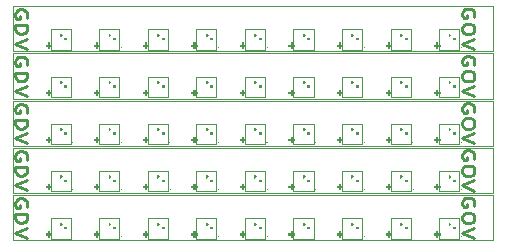
<source format=gto>
G04 #@! TF.GenerationSoftware,KiCad,Pcbnew,7.0.2-6a45011f42~172~ubuntu22.04.1*
G04 #@! TF.CreationDate,2023-07-03T20:32:52+08:00*
G04 #@! TF.ProjectId,panel_5_1,70616e65-6c5f-4355-9f31-2e6b69636164,rev?*
G04 #@! TF.SameCoordinates,Original*
G04 #@! TF.FileFunction,Legend,Top*
G04 #@! TF.FilePolarity,Positive*
%FSLAX46Y46*%
G04 Gerber Fmt 4.6, Leading zero omitted, Abs format (unit mm)*
G04 Created by KiCad (PCBNEW 7.0.2-6a45011f42~172~ubuntu22.04.1) date 2023-07-03 20:32:52*
%MOMM*%
%LPD*%
G01*
G04 APERTURE LIST*
%ADD10C,0.120000*%
%ADD11C,0.250000*%
%ADD12C,0.100000*%
G04 APERTURE END LIST*
D10*
X14652500Y-33090000D02*
X55332500Y-33090000D01*
X55332500Y-36915000D01*
X14652500Y-36915000D01*
X14652500Y-33090000D01*
X14652500Y-37090000D02*
X55332500Y-37090000D01*
X55332500Y-40915000D01*
X14652500Y-40915000D01*
X14652500Y-37090000D01*
X14652500Y-25090000D02*
X55332500Y-25090000D01*
X55332500Y-28915000D01*
X14652500Y-28915000D01*
X14652500Y-25090000D01*
X14652500Y-41090000D02*
X55332500Y-41090000D01*
X55332500Y-44915000D01*
X14652500Y-44915000D01*
X14652500Y-41090000D01*
X14652500Y-29090000D02*
X55332500Y-29090000D01*
X55332500Y-32915000D01*
X14652500Y-32915000D01*
X14652500Y-29090000D01*
D11*
X15822261Y-38090476D02*
X15869880Y-37966666D01*
X15869880Y-37966666D02*
X15869880Y-37780952D01*
X15869880Y-37780952D02*
X15822261Y-37595238D01*
X15822261Y-37595238D02*
X15727023Y-37471428D01*
X15727023Y-37471428D02*
X15631785Y-37409523D01*
X15631785Y-37409523D02*
X15441309Y-37347619D01*
X15441309Y-37347619D02*
X15298452Y-37347619D01*
X15298452Y-37347619D02*
X15107976Y-37409523D01*
X15107976Y-37409523D02*
X15012738Y-37471428D01*
X15012738Y-37471428D02*
X14917500Y-37595238D01*
X14917500Y-37595238D02*
X14869880Y-37780952D01*
X14869880Y-37780952D02*
X14869880Y-37904761D01*
X14869880Y-37904761D02*
X14917500Y-38090476D01*
X14917500Y-38090476D02*
X14965119Y-38152380D01*
X14965119Y-38152380D02*
X15298452Y-38152380D01*
X15298452Y-38152380D02*
X15298452Y-37904761D01*
X14869880Y-38709523D02*
X15869880Y-38709523D01*
X15869880Y-38709523D02*
X15869880Y-39019047D01*
X15869880Y-39019047D02*
X15822261Y-39204761D01*
X15822261Y-39204761D02*
X15727023Y-39328571D01*
X15727023Y-39328571D02*
X15631785Y-39390476D01*
X15631785Y-39390476D02*
X15441309Y-39452380D01*
X15441309Y-39452380D02*
X15298452Y-39452380D01*
X15298452Y-39452380D02*
X15107976Y-39390476D01*
X15107976Y-39390476D02*
X15012738Y-39328571D01*
X15012738Y-39328571D02*
X14917500Y-39204761D01*
X14917500Y-39204761D02*
X14869880Y-39019047D01*
X14869880Y-39019047D02*
X14869880Y-38709523D01*
X15869880Y-39823809D02*
X14869880Y-40257142D01*
X14869880Y-40257142D02*
X15869880Y-40690476D01*
X53672261Y-26030476D02*
X53719880Y-25906666D01*
X53719880Y-25906666D02*
X53719880Y-25720952D01*
X53719880Y-25720952D02*
X53672261Y-25535238D01*
X53672261Y-25535238D02*
X53577023Y-25411428D01*
X53577023Y-25411428D02*
X53481785Y-25349523D01*
X53481785Y-25349523D02*
X53291309Y-25287619D01*
X53291309Y-25287619D02*
X53148452Y-25287619D01*
X53148452Y-25287619D02*
X52957976Y-25349523D01*
X52957976Y-25349523D02*
X52862738Y-25411428D01*
X52862738Y-25411428D02*
X52767500Y-25535238D01*
X52767500Y-25535238D02*
X52719880Y-25720952D01*
X52719880Y-25720952D02*
X52719880Y-25844761D01*
X52719880Y-25844761D02*
X52767500Y-26030476D01*
X52767500Y-26030476D02*
X52815119Y-26092380D01*
X52815119Y-26092380D02*
X53148452Y-26092380D01*
X53148452Y-26092380D02*
X53148452Y-25844761D01*
X53719880Y-26897142D02*
X53719880Y-27144761D01*
X53719880Y-27144761D02*
X53672261Y-27268571D01*
X53672261Y-27268571D02*
X53577023Y-27392380D01*
X53577023Y-27392380D02*
X53386547Y-27454285D01*
X53386547Y-27454285D02*
X53053214Y-27454285D01*
X53053214Y-27454285D02*
X52862738Y-27392380D01*
X52862738Y-27392380D02*
X52767500Y-27268571D01*
X52767500Y-27268571D02*
X52719880Y-27144761D01*
X52719880Y-27144761D02*
X52719880Y-26897142D01*
X52719880Y-26897142D02*
X52767500Y-26773333D01*
X52767500Y-26773333D02*
X52862738Y-26649523D01*
X52862738Y-26649523D02*
X53053214Y-26587619D01*
X53053214Y-26587619D02*
X53386547Y-26587619D01*
X53386547Y-26587619D02*
X53577023Y-26649523D01*
X53577023Y-26649523D02*
X53672261Y-26773333D01*
X53672261Y-26773333D02*
X53719880Y-26897142D01*
X53719880Y-27825714D02*
X52719880Y-28259047D01*
X52719880Y-28259047D02*
X53719880Y-28692381D01*
X53672261Y-42030476D02*
X53719880Y-41906666D01*
X53719880Y-41906666D02*
X53719880Y-41720952D01*
X53719880Y-41720952D02*
X53672261Y-41535238D01*
X53672261Y-41535238D02*
X53577023Y-41411428D01*
X53577023Y-41411428D02*
X53481785Y-41349523D01*
X53481785Y-41349523D02*
X53291309Y-41287619D01*
X53291309Y-41287619D02*
X53148452Y-41287619D01*
X53148452Y-41287619D02*
X52957976Y-41349523D01*
X52957976Y-41349523D02*
X52862738Y-41411428D01*
X52862738Y-41411428D02*
X52767500Y-41535238D01*
X52767500Y-41535238D02*
X52719880Y-41720952D01*
X52719880Y-41720952D02*
X52719880Y-41844761D01*
X52719880Y-41844761D02*
X52767500Y-42030476D01*
X52767500Y-42030476D02*
X52815119Y-42092380D01*
X52815119Y-42092380D02*
X53148452Y-42092380D01*
X53148452Y-42092380D02*
X53148452Y-41844761D01*
X53719880Y-42897142D02*
X53719880Y-43144761D01*
X53719880Y-43144761D02*
X53672261Y-43268571D01*
X53672261Y-43268571D02*
X53577023Y-43392380D01*
X53577023Y-43392380D02*
X53386547Y-43454285D01*
X53386547Y-43454285D02*
X53053214Y-43454285D01*
X53053214Y-43454285D02*
X52862738Y-43392380D01*
X52862738Y-43392380D02*
X52767500Y-43268571D01*
X52767500Y-43268571D02*
X52719880Y-43144761D01*
X52719880Y-43144761D02*
X52719880Y-42897142D01*
X52719880Y-42897142D02*
X52767500Y-42773333D01*
X52767500Y-42773333D02*
X52862738Y-42649523D01*
X52862738Y-42649523D02*
X53053214Y-42587619D01*
X53053214Y-42587619D02*
X53386547Y-42587619D01*
X53386547Y-42587619D02*
X53577023Y-42649523D01*
X53577023Y-42649523D02*
X53672261Y-42773333D01*
X53672261Y-42773333D02*
X53719880Y-42897142D01*
X53719880Y-43825714D02*
X52719880Y-44259047D01*
X52719880Y-44259047D02*
X53719880Y-44692381D01*
X15822261Y-26090476D02*
X15869880Y-25966666D01*
X15869880Y-25966666D02*
X15869880Y-25780952D01*
X15869880Y-25780952D02*
X15822261Y-25595238D01*
X15822261Y-25595238D02*
X15727023Y-25471428D01*
X15727023Y-25471428D02*
X15631785Y-25409523D01*
X15631785Y-25409523D02*
X15441309Y-25347619D01*
X15441309Y-25347619D02*
X15298452Y-25347619D01*
X15298452Y-25347619D02*
X15107976Y-25409523D01*
X15107976Y-25409523D02*
X15012738Y-25471428D01*
X15012738Y-25471428D02*
X14917500Y-25595238D01*
X14917500Y-25595238D02*
X14869880Y-25780952D01*
X14869880Y-25780952D02*
X14869880Y-25904761D01*
X14869880Y-25904761D02*
X14917500Y-26090476D01*
X14917500Y-26090476D02*
X14965119Y-26152380D01*
X14965119Y-26152380D02*
X15298452Y-26152380D01*
X15298452Y-26152380D02*
X15298452Y-25904761D01*
X14869880Y-26709523D02*
X15869880Y-26709523D01*
X15869880Y-26709523D02*
X15869880Y-27019047D01*
X15869880Y-27019047D02*
X15822261Y-27204761D01*
X15822261Y-27204761D02*
X15727023Y-27328571D01*
X15727023Y-27328571D02*
X15631785Y-27390476D01*
X15631785Y-27390476D02*
X15441309Y-27452380D01*
X15441309Y-27452380D02*
X15298452Y-27452380D01*
X15298452Y-27452380D02*
X15107976Y-27390476D01*
X15107976Y-27390476D02*
X15012738Y-27328571D01*
X15012738Y-27328571D02*
X14917500Y-27204761D01*
X14917500Y-27204761D02*
X14869880Y-27019047D01*
X14869880Y-27019047D02*
X14869880Y-26709523D01*
X15869880Y-27823809D02*
X14869880Y-28257142D01*
X14869880Y-28257142D02*
X15869880Y-28690476D01*
X53672261Y-34030476D02*
X53719880Y-33906666D01*
X53719880Y-33906666D02*
X53719880Y-33720952D01*
X53719880Y-33720952D02*
X53672261Y-33535238D01*
X53672261Y-33535238D02*
X53577023Y-33411428D01*
X53577023Y-33411428D02*
X53481785Y-33349523D01*
X53481785Y-33349523D02*
X53291309Y-33287619D01*
X53291309Y-33287619D02*
X53148452Y-33287619D01*
X53148452Y-33287619D02*
X52957976Y-33349523D01*
X52957976Y-33349523D02*
X52862738Y-33411428D01*
X52862738Y-33411428D02*
X52767500Y-33535238D01*
X52767500Y-33535238D02*
X52719880Y-33720952D01*
X52719880Y-33720952D02*
X52719880Y-33844761D01*
X52719880Y-33844761D02*
X52767500Y-34030476D01*
X52767500Y-34030476D02*
X52815119Y-34092380D01*
X52815119Y-34092380D02*
X53148452Y-34092380D01*
X53148452Y-34092380D02*
X53148452Y-33844761D01*
X53719880Y-34897142D02*
X53719880Y-35144761D01*
X53719880Y-35144761D02*
X53672261Y-35268571D01*
X53672261Y-35268571D02*
X53577023Y-35392380D01*
X53577023Y-35392380D02*
X53386547Y-35454285D01*
X53386547Y-35454285D02*
X53053214Y-35454285D01*
X53053214Y-35454285D02*
X52862738Y-35392380D01*
X52862738Y-35392380D02*
X52767500Y-35268571D01*
X52767500Y-35268571D02*
X52719880Y-35144761D01*
X52719880Y-35144761D02*
X52719880Y-34897142D01*
X52719880Y-34897142D02*
X52767500Y-34773333D01*
X52767500Y-34773333D02*
X52862738Y-34649523D01*
X52862738Y-34649523D02*
X53053214Y-34587619D01*
X53053214Y-34587619D02*
X53386547Y-34587619D01*
X53386547Y-34587619D02*
X53577023Y-34649523D01*
X53577023Y-34649523D02*
X53672261Y-34773333D01*
X53672261Y-34773333D02*
X53719880Y-34897142D01*
X53719880Y-35825714D02*
X52719880Y-36259047D01*
X52719880Y-36259047D02*
X53719880Y-36692381D01*
X15822261Y-34090476D02*
X15869880Y-33966666D01*
X15869880Y-33966666D02*
X15869880Y-33780952D01*
X15869880Y-33780952D02*
X15822261Y-33595238D01*
X15822261Y-33595238D02*
X15727023Y-33471428D01*
X15727023Y-33471428D02*
X15631785Y-33409523D01*
X15631785Y-33409523D02*
X15441309Y-33347619D01*
X15441309Y-33347619D02*
X15298452Y-33347619D01*
X15298452Y-33347619D02*
X15107976Y-33409523D01*
X15107976Y-33409523D02*
X15012738Y-33471428D01*
X15012738Y-33471428D02*
X14917500Y-33595238D01*
X14917500Y-33595238D02*
X14869880Y-33780952D01*
X14869880Y-33780952D02*
X14869880Y-33904761D01*
X14869880Y-33904761D02*
X14917500Y-34090476D01*
X14917500Y-34090476D02*
X14965119Y-34152380D01*
X14965119Y-34152380D02*
X15298452Y-34152380D01*
X15298452Y-34152380D02*
X15298452Y-33904761D01*
X14869880Y-34709523D02*
X15869880Y-34709523D01*
X15869880Y-34709523D02*
X15869880Y-35019047D01*
X15869880Y-35019047D02*
X15822261Y-35204761D01*
X15822261Y-35204761D02*
X15727023Y-35328571D01*
X15727023Y-35328571D02*
X15631785Y-35390476D01*
X15631785Y-35390476D02*
X15441309Y-35452380D01*
X15441309Y-35452380D02*
X15298452Y-35452380D01*
X15298452Y-35452380D02*
X15107976Y-35390476D01*
X15107976Y-35390476D02*
X15012738Y-35328571D01*
X15012738Y-35328571D02*
X14917500Y-35204761D01*
X14917500Y-35204761D02*
X14869880Y-35019047D01*
X14869880Y-35019047D02*
X14869880Y-34709523D01*
X15869880Y-35823809D02*
X14869880Y-36257142D01*
X14869880Y-36257142D02*
X15869880Y-36690476D01*
X15822261Y-42090476D02*
X15869880Y-41966666D01*
X15869880Y-41966666D02*
X15869880Y-41780952D01*
X15869880Y-41780952D02*
X15822261Y-41595238D01*
X15822261Y-41595238D02*
X15727023Y-41471428D01*
X15727023Y-41471428D02*
X15631785Y-41409523D01*
X15631785Y-41409523D02*
X15441309Y-41347619D01*
X15441309Y-41347619D02*
X15298452Y-41347619D01*
X15298452Y-41347619D02*
X15107976Y-41409523D01*
X15107976Y-41409523D02*
X15012738Y-41471428D01*
X15012738Y-41471428D02*
X14917500Y-41595238D01*
X14917500Y-41595238D02*
X14869880Y-41780952D01*
X14869880Y-41780952D02*
X14869880Y-41904761D01*
X14869880Y-41904761D02*
X14917500Y-42090476D01*
X14917500Y-42090476D02*
X14965119Y-42152380D01*
X14965119Y-42152380D02*
X15298452Y-42152380D01*
X15298452Y-42152380D02*
X15298452Y-41904761D01*
X14869880Y-42709523D02*
X15869880Y-42709523D01*
X15869880Y-42709523D02*
X15869880Y-43019047D01*
X15869880Y-43019047D02*
X15822261Y-43204761D01*
X15822261Y-43204761D02*
X15727023Y-43328571D01*
X15727023Y-43328571D02*
X15631785Y-43390476D01*
X15631785Y-43390476D02*
X15441309Y-43452380D01*
X15441309Y-43452380D02*
X15298452Y-43452380D01*
X15298452Y-43452380D02*
X15107976Y-43390476D01*
X15107976Y-43390476D02*
X15012738Y-43328571D01*
X15012738Y-43328571D02*
X14917500Y-43204761D01*
X14917500Y-43204761D02*
X14869880Y-43019047D01*
X14869880Y-43019047D02*
X14869880Y-42709523D01*
X15869880Y-43823809D02*
X14869880Y-44257142D01*
X14869880Y-44257142D02*
X15869880Y-44690476D01*
X15822261Y-30090476D02*
X15869880Y-29966666D01*
X15869880Y-29966666D02*
X15869880Y-29780952D01*
X15869880Y-29780952D02*
X15822261Y-29595238D01*
X15822261Y-29595238D02*
X15727023Y-29471428D01*
X15727023Y-29471428D02*
X15631785Y-29409523D01*
X15631785Y-29409523D02*
X15441309Y-29347619D01*
X15441309Y-29347619D02*
X15298452Y-29347619D01*
X15298452Y-29347619D02*
X15107976Y-29409523D01*
X15107976Y-29409523D02*
X15012738Y-29471428D01*
X15012738Y-29471428D02*
X14917500Y-29595238D01*
X14917500Y-29595238D02*
X14869880Y-29780952D01*
X14869880Y-29780952D02*
X14869880Y-29904761D01*
X14869880Y-29904761D02*
X14917500Y-30090476D01*
X14917500Y-30090476D02*
X14965119Y-30152380D01*
X14965119Y-30152380D02*
X15298452Y-30152380D01*
X15298452Y-30152380D02*
X15298452Y-29904761D01*
X14869880Y-30709523D02*
X15869880Y-30709523D01*
X15869880Y-30709523D02*
X15869880Y-31019047D01*
X15869880Y-31019047D02*
X15822261Y-31204761D01*
X15822261Y-31204761D02*
X15727023Y-31328571D01*
X15727023Y-31328571D02*
X15631785Y-31390476D01*
X15631785Y-31390476D02*
X15441309Y-31452380D01*
X15441309Y-31452380D02*
X15298452Y-31452380D01*
X15298452Y-31452380D02*
X15107976Y-31390476D01*
X15107976Y-31390476D02*
X15012738Y-31328571D01*
X15012738Y-31328571D02*
X14917500Y-31204761D01*
X14917500Y-31204761D02*
X14869880Y-31019047D01*
X14869880Y-31019047D02*
X14869880Y-30709523D01*
X15869880Y-31823809D02*
X14869880Y-32257142D01*
X14869880Y-32257142D02*
X15869880Y-32690476D01*
X53672261Y-38030476D02*
X53719880Y-37906666D01*
X53719880Y-37906666D02*
X53719880Y-37720952D01*
X53719880Y-37720952D02*
X53672261Y-37535238D01*
X53672261Y-37535238D02*
X53577023Y-37411428D01*
X53577023Y-37411428D02*
X53481785Y-37349523D01*
X53481785Y-37349523D02*
X53291309Y-37287619D01*
X53291309Y-37287619D02*
X53148452Y-37287619D01*
X53148452Y-37287619D02*
X52957976Y-37349523D01*
X52957976Y-37349523D02*
X52862738Y-37411428D01*
X52862738Y-37411428D02*
X52767500Y-37535238D01*
X52767500Y-37535238D02*
X52719880Y-37720952D01*
X52719880Y-37720952D02*
X52719880Y-37844761D01*
X52719880Y-37844761D02*
X52767500Y-38030476D01*
X52767500Y-38030476D02*
X52815119Y-38092380D01*
X52815119Y-38092380D02*
X53148452Y-38092380D01*
X53148452Y-38092380D02*
X53148452Y-37844761D01*
X53719880Y-38897142D02*
X53719880Y-39144761D01*
X53719880Y-39144761D02*
X53672261Y-39268571D01*
X53672261Y-39268571D02*
X53577023Y-39392380D01*
X53577023Y-39392380D02*
X53386547Y-39454285D01*
X53386547Y-39454285D02*
X53053214Y-39454285D01*
X53053214Y-39454285D02*
X52862738Y-39392380D01*
X52862738Y-39392380D02*
X52767500Y-39268571D01*
X52767500Y-39268571D02*
X52719880Y-39144761D01*
X52719880Y-39144761D02*
X52719880Y-38897142D01*
X52719880Y-38897142D02*
X52767500Y-38773333D01*
X52767500Y-38773333D02*
X52862738Y-38649523D01*
X52862738Y-38649523D02*
X53053214Y-38587619D01*
X53053214Y-38587619D02*
X53386547Y-38587619D01*
X53386547Y-38587619D02*
X53577023Y-38649523D01*
X53577023Y-38649523D02*
X53672261Y-38773333D01*
X53672261Y-38773333D02*
X53719880Y-38897142D01*
X53719880Y-39825714D02*
X52719880Y-40259047D01*
X52719880Y-40259047D02*
X53719880Y-40692381D01*
X53672261Y-30030476D02*
X53719880Y-29906666D01*
X53719880Y-29906666D02*
X53719880Y-29720952D01*
X53719880Y-29720952D02*
X53672261Y-29535238D01*
X53672261Y-29535238D02*
X53577023Y-29411428D01*
X53577023Y-29411428D02*
X53481785Y-29349523D01*
X53481785Y-29349523D02*
X53291309Y-29287619D01*
X53291309Y-29287619D02*
X53148452Y-29287619D01*
X53148452Y-29287619D02*
X52957976Y-29349523D01*
X52957976Y-29349523D02*
X52862738Y-29411428D01*
X52862738Y-29411428D02*
X52767500Y-29535238D01*
X52767500Y-29535238D02*
X52719880Y-29720952D01*
X52719880Y-29720952D02*
X52719880Y-29844761D01*
X52719880Y-29844761D02*
X52767500Y-30030476D01*
X52767500Y-30030476D02*
X52815119Y-30092380D01*
X52815119Y-30092380D02*
X53148452Y-30092380D01*
X53148452Y-30092380D02*
X53148452Y-29844761D01*
X53719880Y-30897142D02*
X53719880Y-31144761D01*
X53719880Y-31144761D02*
X53672261Y-31268571D01*
X53672261Y-31268571D02*
X53577023Y-31392380D01*
X53577023Y-31392380D02*
X53386547Y-31454285D01*
X53386547Y-31454285D02*
X53053214Y-31454285D01*
X53053214Y-31454285D02*
X52862738Y-31392380D01*
X52862738Y-31392380D02*
X52767500Y-31268571D01*
X52767500Y-31268571D02*
X52719880Y-31144761D01*
X52719880Y-31144761D02*
X52719880Y-30897142D01*
X52719880Y-30897142D02*
X52767500Y-30773333D01*
X52767500Y-30773333D02*
X52862738Y-30649523D01*
X52862738Y-30649523D02*
X53053214Y-30587619D01*
X53053214Y-30587619D02*
X53386547Y-30587619D01*
X53386547Y-30587619D02*
X53577023Y-30649523D01*
X53577023Y-30649523D02*
X53672261Y-30773333D01*
X53672261Y-30773333D02*
X53719880Y-30897142D01*
X53719880Y-31825714D02*
X52719880Y-32259047D01*
X52719880Y-32259047D02*
X53719880Y-32692381D01*
D12*
G04 #@! TO.C,U4*
X31890663Y-36755000D02*
X31890663Y-35055000D01*
X31890663Y-35055000D02*
X30190663Y-35055000D01*
X30190663Y-36755000D02*
X31890663Y-36755000D01*
X30190663Y-35055000D02*
X30190663Y-36755000D01*
X32090663Y-36605000D02*
G75*
G03*
X32090663Y-36605000I-50000J0D01*
G01*
D10*
X31140663Y-35505000D02*
X30990663Y-35605000D01*
X30990663Y-35405000D01*
X31140663Y-35505000D01*
G36*
X31140663Y-35505000D02*
G01*
X30990663Y-35605000D01*
X30990663Y-35405000D01*
X31140663Y-35505000D01*
G37*
X30215663Y-36430000D02*
X29765663Y-36430000D01*
X29765663Y-36330000D01*
X30215663Y-36330000D01*
X30215663Y-36430000D01*
G36*
X30215663Y-36430000D02*
G01*
X29765663Y-36430000D01*
X29765663Y-36330000D01*
X30215663Y-36330000D01*
X30215663Y-36430000D01*
G37*
X30040663Y-36605000D02*
X29940663Y-36605000D01*
X29940663Y-36155000D01*
X30040663Y-36155000D01*
X30040663Y-36605000D01*
G36*
X30040663Y-36605000D02*
G01*
X29940663Y-36605000D01*
X29940663Y-36155000D01*
X30040663Y-36155000D01*
X30040663Y-36605000D01*
G37*
X31540663Y-35905000D02*
X31370663Y-35905000D01*
X31370663Y-35775000D01*
X31380663Y-35775000D01*
X31540663Y-35775000D01*
X31540663Y-35905000D01*
G36*
X31540663Y-35905000D02*
G01*
X31370663Y-35905000D01*
X31370663Y-35775000D01*
X31380663Y-35775000D01*
X31540663Y-35775000D01*
X31540663Y-35905000D01*
G37*
D12*
G04 #@! TO.C,U5*
X36004334Y-40755000D02*
X36004334Y-39055000D01*
X36004334Y-39055000D02*
X34304334Y-39055000D01*
X34304334Y-40755000D02*
X36004334Y-40755000D01*
X34304334Y-39055000D02*
X34304334Y-40755000D01*
X36204334Y-40605000D02*
G75*
G03*
X36204334Y-40605000I-50000J0D01*
G01*
D10*
X35254334Y-39505000D02*
X35104334Y-39605000D01*
X35104334Y-39405000D01*
X35254334Y-39505000D01*
G36*
X35254334Y-39505000D02*
G01*
X35104334Y-39605000D01*
X35104334Y-39405000D01*
X35254334Y-39505000D01*
G37*
X34329334Y-40430000D02*
X33879334Y-40430000D01*
X33879334Y-40330000D01*
X34329334Y-40330000D01*
X34329334Y-40430000D01*
G36*
X34329334Y-40430000D02*
G01*
X33879334Y-40430000D01*
X33879334Y-40330000D01*
X34329334Y-40330000D01*
X34329334Y-40430000D01*
G37*
X34154334Y-40605000D02*
X34054334Y-40605000D01*
X34054334Y-40155000D01*
X34154334Y-40155000D01*
X34154334Y-40605000D01*
G36*
X34154334Y-40605000D02*
G01*
X34054334Y-40605000D01*
X34054334Y-40155000D01*
X34154334Y-40155000D01*
X34154334Y-40605000D01*
G37*
X35654334Y-39905000D02*
X35484334Y-39905000D01*
X35484334Y-39775000D01*
X35494334Y-39775000D01*
X35654334Y-39775000D01*
X35654334Y-39905000D01*
G36*
X35654334Y-39905000D02*
G01*
X35484334Y-39905000D01*
X35484334Y-39775000D01*
X35494334Y-39775000D01*
X35654334Y-39775000D01*
X35654334Y-39905000D01*
G37*
D12*
G04 #@! TO.C,U6*
X40118005Y-44755000D02*
X40118005Y-43055000D01*
X40118005Y-43055000D02*
X38418005Y-43055000D01*
X38418005Y-44755000D02*
X40118005Y-44755000D01*
X38418005Y-43055000D02*
X38418005Y-44755000D01*
X40318005Y-44605000D02*
G75*
G03*
X40318005Y-44605000I-50000J0D01*
G01*
D10*
X39368005Y-43505000D02*
X39218005Y-43605000D01*
X39218005Y-43405000D01*
X39368005Y-43505000D01*
G36*
X39368005Y-43505000D02*
G01*
X39218005Y-43605000D01*
X39218005Y-43405000D01*
X39368005Y-43505000D01*
G37*
X38443005Y-44430000D02*
X37993005Y-44430000D01*
X37993005Y-44330000D01*
X38443005Y-44330000D01*
X38443005Y-44430000D01*
G36*
X38443005Y-44430000D02*
G01*
X37993005Y-44430000D01*
X37993005Y-44330000D01*
X38443005Y-44330000D01*
X38443005Y-44430000D01*
G37*
X38268005Y-44605000D02*
X38168005Y-44605000D01*
X38168005Y-44155000D01*
X38268005Y-44155000D01*
X38268005Y-44605000D01*
G36*
X38268005Y-44605000D02*
G01*
X38168005Y-44605000D01*
X38168005Y-44155000D01*
X38268005Y-44155000D01*
X38268005Y-44605000D01*
G37*
X39768005Y-43905000D02*
X39598005Y-43905000D01*
X39598005Y-43775000D01*
X39608005Y-43775000D01*
X39768005Y-43775000D01*
X39768005Y-43905000D01*
G36*
X39768005Y-43905000D02*
G01*
X39598005Y-43905000D01*
X39598005Y-43775000D01*
X39608005Y-43775000D01*
X39768005Y-43775000D01*
X39768005Y-43905000D01*
G37*
D12*
G04 #@! TO.C,U4*
X31890663Y-32755000D02*
X31890663Y-31055000D01*
X31890663Y-31055000D02*
X30190663Y-31055000D01*
X30190663Y-32755000D02*
X31890663Y-32755000D01*
X30190663Y-31055000D02*
X30190663Y-32755000D01*
X32090663Y-32605000D02*
G75*
G03*
X32090663Y-32605000I-50000J0D01*
G01*
D10*
X31140663Y-31505000D02*
X30990663Y-31605000D01*
X30990663Y-31405000D01*
X31140663Y-31505000D01*
G36*
X31140663Y-31505000D02*
G01*
X30990663Y-31605000D01*
X30990663Y-31405000D01*
X31140663Y-31505000D01*
G37*
X30215663Y-32430000D02*
X29765663Y-32430000D01*
X29765663Y-32330000D01*
X30215663Y-32330000D01*
X30215663Y-32430000D01*
G36*
X30215663Y-32430000D02*
G01*
X29765663Y-32430000D01*
X29765663Y-32330000D01*
X30215663Y-32330000D01*
X30215663Y-32430000D01*
G37*
X30040663Y-32605000D02*
X29940663Y-32605000D01*
X29940663Y-32155000D01*
X30040663Y-32155000D01*
X30040663Y-32605000D01*
G36*
X30040663Y-32605000D02*
G01*
X29940663Y-32605000D01*
X29940663Y-32155000D01*
X30040663Y-32155000D01*
X30040663Y-32605000D01*
G37*
X31540663Y-31905000D02*
X31370663Y-31905000D01*
X31370663Y-31775000D01*
X31380663Y-31775000D01*
X31540663Y-31775000D01*
X31540663Y-31905000D01*
G36*
X31540663Y-31905000D02*
G01*
X31370663Y-31905000D01*
X31370663Y-31775000D01*
X31380663Y-31775000D01*
X31540663Y-31775000D01*
X31540663Y-31905000D01*
G37*
D12*
G04 #@! TO.C,U5*
X36004334Y-32755000D02*
X36004334Y-31055000D01*
X36004334Y-31055000D02*
X34304334Y-31055000D01*
X34304334Y-32755000D02*
X36004334Y-32755000D01*
X34304334Y-31055000D02*
X34304334Y-32755000D01*
X36204334Y-32605000D02*
G75*
G03*
X36204334Y-32605000I-50000J0D01*
G01*
D10*
X35254334Y-31505000D02*
X35104334Y-31605000D01*
X35104334Y-31405000D01*
X35254334Y-31505000D01*
G36*
X35254334Y-31505000D02*
G01*
X35104334Y-31605000D01*
X35104334Y-31405000D01*
X35254334Y-31505000D01*
G37*
X34329334Y-32430000D02*
X33879334Y-32430000D01*
X33879334Y-32330000D01*
X34329334Y-32330000D01*
X34329334Y-32430000D01*
G36*
X34329334Y-32430000D02*
G01*
X33879334Y-32430000D01*
X33879334Y-32330000D01*
X34329334Y-32330000D01*
X34329334Y-32430000D01*
G37*
X34154334Y-32605000D02*
X34054334Y-32605000D01*
X34054334Y-32155000D01*
X34154334Y-32155000D01*
X34154334Y-32605000D01*
G36*
X34154334Y-32605000D02*
G01*
X34054334Y-32605000D01*
X34054334Y-32155000D01*
X34154334Y-32155000D01*
X34154334Y-32605000D01*
G37*
X35654334Y-31905000D02*
X35484334Y-31905000D01*
X35484334Y-31775000D01*
X35494334Y-31775000D01*
X35654334Y-31775000D01*
X35654334Y-31905000D01*
G36*
X35654334Y-31905000D02*
G01*
X35484334Y-31905000D01*
X35484334Y-31775000D01*
X35494334Y-31775000D01*
X35654334Y-31775000D01*
X35654334Y-31905000D01*
G37*
D12*
G04 #@! TO.C,U6*
X40118005Y-32755000D02*
X40118005Y-31055000D01*
X40118005Y-31055000D02*
X38418005Y-31055000D01*
X38418005Y-32755000D02*
X40118005Y-32755000D01*
X38418005Y-31055000D02*
X38418005Y-32755000D01*
X40318005Y-32605000D02*
G75*
G03*
X40318005Y-32605000I-50000J0D01*
G01*
D10*
X39368005Y-31505000D02*
X39218005Y-31605000D01*
X39218005Y-31405000D01*
X39368005Y-31505000D01*
G36*
X39368005Y-31505000D02*
G01*
X39218005Y-31605000D01*
X39218005Y-31405000D01*
X39368005Y-31505000D01*
G37*
X38443005Y-32430000D02*
X37993005Y-32430000D01*
X37993005Y-32330000D01*
X38443005Y-32330000D01*
X38443005Y-32430000D01*
G36*
X38443005Y-32430000D02*
G01*
X37993005Y-32430000D01*
X37993005Y-32330000D01*
X38443005Y-32330000D01*
X38443005Y-32430000D01*
G37*
X38268005Y-32605000D02*
X38168005Y-32605000D01*
X38168005Y-32155000D01*
X38268005Y-32155000D01*
X38268005Y-32605000D01*
G36*
X38268005Y-32605000D02*
G01*
X38168005Y-32605000D01*
X38168005Y-32155000D01*
X38268005Y-32155000D01*
X38268005Y-32605000D01*
G37*
X39768005Y-31905000D02*
X39598005Y-31905000D01*
X39598005Y-31775000D01*
X39608005Y-31775000D01*
X39768005Y-31775000D01*
X39768005Y-31905000D01*
G36*
X39768005Y-31905000D02*
G01*
X39598005Y-31905000D01*
X39598005Y-31775000D01*
X39608005Y-31775000D01*
X39768005Y-31775000D01*
X39768005Y-31905000D01*
G37*
D12*
G04 #@! TO.C,U2*
X23663321Y-44755000D02*
X23663321Y-43055000D01*
X23663321Y-43055000D02*
X21963321Y-43055000D01*
X21963321Y-44755000D02*
X23663321Y-44755000D01*
X21963321Y-43055000D02*
X21963321Y-44755000D01*
X23863321Y-44605000D02*
G75*
G03*
X23863321Y-44605000I-50000J0D01*
G01*
D10*
X22913321Y-43505000D02*
X22763321Y-43605000D01*
X22763321Y-43405000D01*
X22913321Y-43505000D01*
G36*
X22913321Y-43505000D02*
G01*
X22763321Y-43605000D01*
X22763321Y-43405000D01*
X22913321Y-43505000D01*
G37*
X21988321Y-44430000D02*
X21538321Y-44430000D01*
X21538321Y-44330000D01*
X21988321Y-44330000D01*
X21988321Y-44430000D01*
G36*
X21988321Y-44430000D02*
G01*
X21538321Y-44430000D01*
X21538321Y-44330000D01*
X21988321Y-44330000D01*
X21988321Y-44430000D01*
G37*
X21813321Y-44605000D02*
X21713321Y-44605000D01*
X21713321Y-44155000D01*
X21813321Y-44155000D01*
X21813321Y-44605000D01*
G36*
X21813321Y-44605000D02*
G01*
X21713321Y-44605000D01*
X21713321Y-44155000D01*
X21813321Y-44155000D01*
X21813321Y-44605000D01*
G37*
X23313321Y-43905000D02*
X23143321Y-43905000D01*
X23143321Y-43775000D01*
X23153321Y-43775000D01*
X23313321Y-43775000D01*
X23313321Y-43905000D01*
G36*
X23313321Y-43905000D02*
G01*
X23143321Y-43905000D01*
X23143321Y-43775000D01*
X23153321Y-43775000D01*
X23313321Y-43775000D01*
X23313321Y-43905000D01*
G37*
D12*
G04 #@! TO.C,U6*
X40118005Y-40755000D02*
X40118005Y-39055000D01*
X40118005Y-39055000D02*
X38418005Y-39055000D01*
X38418005Y-40755000D02*
X40118005Y-40755000D01*
X38418005Y-39055000D02*
X38418005Y-40755000D01*
X40318005Y-40605000D02*
G75*
G03*
X40318005Y-40605000I-50000J0D01*
G01*
D10*
X39368005Y-39505000D02*
X39218005Y-39605000D01*
X39218005Y-39405000D01*
X39368005Y-39505000D01*
G36*
X39368005Y-39505000D02*
G01*
X39218005Y-39605000D01*
X39218005Y-39405000D01*
X39368005Y-39505000D01*
G37*
X38443005Y-40430000D02*
X37993005Y-40430000D01*
X37993005Y-40330000D01*
X38443005Y-40330000D01*
X38443005Y-40430000D01*
G36*
X38443005Y-40430000D02*
G01*
X37993005Y-40430000D01*
X37993005Y-40330000D01*
X38443005Y-40330000D01*
X38443005Y-40430000D01*
G37*
X38268005Y-40605000D02*
X38168005Y-40605000D01*
X38168005Y-40155000D01*
X38268005Y-40155000D01*
X38268005Y-40605000D01*
G36*
X38268005Y-40605000D02*
G01*
X38168005Y-40605000D01*
X38168005Y-40155000D01*
X38268005Y-40155000D01*
X38268005Y-40605000D01*
G37*
X39768005Y-39905000D02*
X39598005Y-39905000D01*
X39598005Y-39775000D01*
X39608005Y-39775000D01*
X39768005Y-39775000D01*
X39768005Y-39905000D01*
G36*
X39768005Y-39905000D02*
G01*
X39598005Y-39905000D01*
X39598005Y-39775000D01*
X39608005Y-39775000D01*
X39768005Y-39775000D01*
X39768005Y-39905000D01*
G37*
D12*
G04 #@! TO.C,U1*
X19549650Y-44755000D02*
X19549650Y-43055000D01*
X19549650Y-43055000D02*
X17849650Y-43055000D01*
X17849650Y-44755000D02*
X19549650Y-44755000D01*
X17849650Y-43055000D02*
X17849650Y-44755000D01*
X19749650Y-44605000D02*
G75*
G03*
X19749650Y-44605000I-50000J0D01*
G01*
D10*
X18799650Y-43505000D02*
X18649650Y-43605000D01*
X18649650Y-43405000D01*
X18799650Y-43505000D01*
G36*
X18799650Y-43505000D02*
G01*
X18649650Y-43605000D01*
X18649650Y-43405000D01*
X18799650Y-43505000D01*
G37*
X17874650Y-44430000D02*
X17424650Y-44430000D01*
X17424650Y-44330000D01*
X17874650Y-44330000D01*
X17874650Y-44430000D01*
G36*
X17874650Y-44430000D02*
G01*
X17424650Y-44430000D01*
X17424650Y-44330000D01*
X17874650Y-44330000D01*
X17874650Y-44430000D01*
G37*
X17699650Y-44605000D02*
X17599650Y-44605000D01*
X17599650Y-44155000D01*
X17699650Y-44155000D01*
X17699650Y-44605000D01*
G36*
X17699650Y-44605000D02*
G01*
X17599650Y-44605000D01*
X17599650Y-44155000D01*
X17699650Y-44155000D01*
X17699650Y-44605000D01*
G37*
X19199650Y-43905000D02*
X19029650Y-43905000D01*
X19029650Y-43775000D01*
X19039650Y-43775000D01*
X19199650Y-43775000D01*
X19199650Y-43905000D01*
G36*
X19199650Y-43905000D02*
G01*
X19029650Y-43905000D01*
X19029650Y-43775000D01*
X19039650Y-43775000D01*
X19199650Y-43775000D01*
X19199650Y-43905000D01*
G37*
D12*
G04 #@! TO.C,U8*
X48345347Y-44755000D02*
X48345347Y-43055000D01*
X48345347Y-43055000D02*
X46645347Y-43055000D01*
X46645347Y-44755000D02*
X48345347Y-44755000D01*
X46645347Y-43055000D02*
X46645347Y-44755000D01*
X48545347Y-44605000D02*
G75*
G03*
X48545347Y-44605000I-50000J0D01*
G01*
D10*
X47595347Y-43505000D02*
X47445347Y-43605000D01*
X47445347Y-43405000D01*
X47595347Y-43505000D01*
G36*
X47595347Y-43505000D02*
G01*
X47445347Y-43605000D01*
X47445347Y-43405000D01*
X47595347Y-43505000D01*
G37*
X46670347Y-44430000D02*
X46220347Y-44430000D01*
X46220347Y-44330000D01*
X46670347Y-44330000D01*
X46670347Y-44430000D01*
G36*
X46670347Y-44430000D02*
G01*
X46220347Y-44430000D01*
X46220347Y-44330000D01*
X46670347Y-44330000D01*
X46670347Y-44430000D01*
G37*
X46495347Y-44605000D02*
X46395347Y-44605000D01*
X46395347Y-44155000D01*
X46495347Y-44155000D01*
X46495347Y-44605000D01*
G36*
X46495347Y-44605000D02*
G01*
X46395347Y-44605000D01*
X46395347Y-44155000D01*
X46495347Y-44155000D01*
X46495347Y-44605000D01*
G37*
X47995347Y-43905000D02*
X47825347Y-43905000D01*
X47825347Y-43775000D01*
X47835347Y-43775000D01*
X47995347Y-43775000D01*
X47995347Y-43905000D01*
G36*
X47995347Y-43905000D02*
G01*
X47825347Y-43905000D01*
X47825347Y-43775000D01*
X47835347Y-43775000D01*
X47995347Y-43775000D01*
X47995347Y-43905000D01*
G37*
D12*
G04 #@! TO.C,U1*
X19549650Y-36755000D02*
X19549650Y-35055000D01*
X19549650Y-35055000D02*
X17849650Y-35055000D01*
X17849650Y-36755000D02*
X19549650Y-36755000D01*
X17849650Y-35055000D02*
X17849650Y-36755000D01*
X19749650Y-36605000D02*
G75*
G03*
X19749650Y-36605000I-50000J0D01*
G01*
D10*
X18799650Y-35505000D02*
X18649650Y-35605000D01*
X18649650Y-35405000D01*
X18799650Y-35505000D01*
G36*
X18799650Y-35505000D02*
G01*
X18649650Y-35605000D01*
X18649650Y-35405000D01*
X18799650Y-35505000D01*
G37*
X17874650Y-36430000D02*
X17424650Y-36430000D01*
X17424650Y-36330000D01*
X17874650Y-36330000D01*
X17874650Y-36430000D01*
G36*
X17874650Y-36430000D02*
G01*
X17424650Y-36430000D01*
X17424650Y-36330000D01*
X17874650Y-36330000D01*
X17874650Y-36430000D01*
G37*
X17699650Y-36605000D02*
X17599650Y-36605000D01*
X17599650Y-36155000D01*
X17699650Y-36155000D01*
X17699650Y-36605000D01*
G36*
X17699650Y-36605000D02*
G01*
X17599650Y-36605000D01*
X17599650Y-36155000D01*
X17699650Y-36155000D01*
X17699650Y-36605000D01*
G37*
X19199650Y-35905000D02*
X19029650Y-35905000D01*
X19029650Y-35775000D01*
X19039650Y-35775000D01*
X19199650Y-35775000D01*
X19199650Y-35905000D01*
G36*
X19199650Y-35905000D02*
G01*
X19029650Y-35905000D01*
X19029650Y-35775000D01*
X19039650Y-35775000D01*
X19199650Y-35775000D01*
X19199650Y-35905000D01*
G37*
D12*
G04 #@! TO.C,U3*
X27776992Y-40755000D02*
X27776992Y-39055000D01*
X27776992Y-39055000D02*
X26076992Y-39055000D01*
X26076992Y-40755000D02*
X27776992Y-40755000D01*
X26076992Y-39055000D02*
X26076992Y-40755000D01*
X27976992Y-40605000D02*
G75*
G03*
X27976992Y-40605000I-50000J0D01*
G01*
D10*
X27026992Y-39505000D02*
X26876992Y-39605000D01*
X26876992Y-39405000D01*
X27026992Y-39505000D01*
G36*
X27026992Y-39505000D02*
G01*
X26876992Y-39605000D01*
X26876992Y-39405000D01*
X27026992Y-39505000D01*
G37*
X26101992Y-40430000D02*
X25651992Y-40430000D01*
X25651992Y-40330000D01*
X26101992Y-40330000D01*
X26101992Y-40430000D01*
G36*
X26101992Y-40430000D02*
G01*
X25651992Y-40430000D01*
X25651992Y-40330000D01*
X26101992Y-40330000D01*
X26101992Y-40430000D01*
G37*
X25926992Y-40605000D02*
X25826992Y-40605000D01*
X25826992Y-40155000D01*
X25926992Y-40155000D01*
X25926992Y-40605000D01*
G36*
X25926992Y-40605000D02*
G01*
X25826992Y-40605000D01*
X25826992Y-40155000D01*
X25926992Y-40155000D01*
X25926992Y-40605000D01*
G37*
X27426992Y-39905000D02*
X27256992Y-39905000D01*
X27256992Y-39775000D01*
X27266992Y-39775000D01*
X27426992Y-39775000D01*
X27426992Y-39905000D01*
G36*
X27426992Y-39905000D02*
G01*
X27256992Y-39905000D01*
X27256992Y-39775000D01*
X27266992Y-39775000D01*
X27426992Y-39775000D01*
X27426992Y-39905000D01*
G37*
D12*
G04 #@! TO.C,U5*
X36004334Y-28755000D02*
X36004334Y-27055000D01*
X36004334Y-27055000D02*
X34304334Y-27055000D01*
X34304334Y-28755000D02*
X36004334Y-28755000D01*
X34304334Y-27055000D02*
X34304334Y-28755000D01*
X36204334Y-28605000D02*
G75*
G03*
X36204334Y-28605000I-50000J0D01*
G01*
D10*
X35254334Y-27505000D02*
X35104334Y-27605000D01*
X35104334Y-27405000D01*
X35254334Y-27505000D01*
G36*
X35254334Y-27505000D02*
G01*
X35104334Y-27605000D01*
X35104334Y-27405000D01*
X35254334Y-27505000D01*
G37*
X34329334Y-28430000D02*
X33879334Y-28430000D01*
X33879334Y-28330000D01*
X34329334Y-28330000D01*
X34329334Y-28430000D01*
G36*
X34329334Y-28430000D02*
G01*
X33879334Y-28430000D01*
X33879334Y-28330000D01*
X34329334Y-28330000D01*
X34329334Y-28430000D01*
G37*
X34154334Y-28605000D02*
X34054334Y-28605000D01*
X34054334Y-28155000D01*
X34154334Y-28155000D01*
X34154334Y-28605000D01*
G36*
X34154334Y-28605000D02*
G01*
X34054334Y-28605000D01*
X34054334Y-28155000D01*
X34154334Y-28155000D01*
X34154334Y-28605000D01*
G37*
X35654334Y-27905000D02*
X35484334Y-27905000D01*
X35484334Y-27775000D01*
X35494334Y-27775000D01*
X35654334Y-27775000D01*
X35654334Y-27905000D01*
G36*
X35654334Y-27905000D02*
G01*
X35484334Y-27905000D01*
X35484334Y-27775000D01*
X35494334Y-27775000D01*
X35654334Y-27775000D01*
X35654334Y-27905000D01*
G37*
D12*
G04 #@! TO.C,U9*
X52459022Y-44755000D02*
X52459022Y-43055000D01*
X52459022Y-43055000D02*
X50759022Y-43055000D01*
X50759022Y-44755000D02*
X52459022Y-44755000D01*
X50759022Y-43055000D02*
X50759022Y-44755000D01*
X52659022Y-44605000D02*
G75*
G03*
X52659022Y-44605000I-50000J0D01*
G01*
D10*
X51709022Y-43505000D02*
X51559022Y-43605000D01*
X51559022Y-43405000D01*
X51709022Y-43505000D01*
G36*
X51709022Y-43505000D02*
G01*
X51559022Y-43605000D01*
X51559022Y-43405000D01*
X51709022Y-43505000D01*
G37*
X50784022Y-44430000D02*
X50334022Y-44430000D01*
X50334022Y-44330000D01*
X50784022Y-44330000D01*
X50784022Y-44430000D01*
G36*
X50784022Y-44430000D02*
G01*
X50334022Y-44430000D01*
X50334022Y-44330000D01*
X50784022Y-44330000D01*
X50784022Y-44430000D01*
G37*
X50609022Y-44605000D02*
X50509022Y-44605000D01*
X50509022Y-44155000D01*
X50609022Y-44155000D01*
X50609022Y-44605000D01*
G36*
X50609022Y-44605000D02*
G01*
X50509022Y-44605000D01*
X50509022Y-44155000D01*
X50609022Y-44155000D01*
X50609022Y-44605000D01*
G37*
X52109022Y-43905000D02*
X51939022Y-43905000D01*
X51939022Y-43775000D01*
X51949022Y-43775000D01*
X52109022Y-43775000D01*
X52109022Y-43905000D01*
G36*
X52109022Y-43905000D02*
G01*
X51939022Y-43905000D01*
X51939022Y-43775000D01*
X51949022Y-43775000D01*
X52109022Y-43775000D01*
X52109022Y-43905000D01*
G37*
D12*
G04 #@! TO.C,U4*
X31890663Y-40755000D02*
X31890663Y-39055000D01*
X31890663Y-39055000D02*
X30190663Y-39055000D01*
X30190663Y-40755000D02*
X31890663Y-40755000D01*
X30190663Y-39055000D02*
X30190663Y-40755000D01*
X32090663Y-40605000D02*
G75*
G03*
X32090663Y-40605000I-50000J0D01*
G01*
D10*
X31140663Y-39505000D02*
X30990663Y-39605000D01*
X30990663Y-39405000D01*
X31140663Y-39505000D01*
G36*
X31140663Y-39505000D02*
G01*
X30990663Y-39605000D01*
X30990663Y-39405000D01*
X31140663Y-39505000D01*
G37*
X30215663Y-40430000D02*
X29765663Y-40430000D01*
X29765663Y-40330000D01*
X30215663Y-40330000D01*
X30215663Y-40430000D01*
G36*
X30215663Y-40430000D02*
G01*
X29765663Y-40430000D01*
X29765663Y-40330000D01*
X30215663Y-40330000D01*
X30215663Y-40430000D01*
G37*
X30040663Y-40605000D02*
X29940663Y-40605000D01*
X29940663Y-40155000D01*
X30040663Y-40155000D01*
X30040663Y-40605000D01*
G36*
X30040663Y-40605000D02*
G01*
X29940663Y-40605000D01*
X29940663Y-40155000D01*
X30040663Y-40155000D01*
X30040663Y-40605000D01*
G37*
X31540663Y-39905000D02*
X31370663Y-39905000D01*
X31370663Y-39775000D01*
X31380663Y-39775000D01*
X31540663Y-39775000D01*
X31540663Y-39905000D01*
G36*
X31540663Y-39905000D02*
G01*
X31370663Y-39905000D01*
X31370663Y-39775000D01*
X31380663Y-39775000D01*
X31540663Y-39775000D01*
X31540663Y-39905000D01*
G37*
D12*
G04 #@! TO.C,U3*
X27776992Y-28755000D02*
X27776992Y-27055000D01*
X27776992Y-27055000D02*
X26076992Y-27055000D01*
X26076992Y-28755000D02*
X27776992Y-28755000D01*
X26076992Y-27055000D02*
X26076992Y-28755000D01*
X27976992Y-28605000D02*
G75*
G03*
X27976992Y-28605000I-50000J0D01*
G01*
D10*
X27026992Y-27505000D02*
X26876992Y-27605000D01*
X26876992Y-27405000D01*
X27026992Y-27505000D01*
G36*
X27026992Y-27505000D02*
G01*
X26876992Y-27605000D01*
X26876992Y-27405000D01*
X27026992Y-27505000D01*
G37*
X26101992Y-28430000D02*
X25651992Y-28430000D01*
X25651992Y-28330000D01*
X26101992Y-28330000D01*
X26101992Y-28430000D01*
G36*
X26101992Y-28430000D02*
G01*
X25651992Y-28430000D01*
X25651992Y-28330000D01*
X26101992Y-28330000D01*
X26101992Y-28430000D01*
G37*
X25926992Y-28605000D02*
X25826992Y-28605000D01*
X25826992Y-28155000D01*
X25926992Y-28155000D01*
X25926992Y-28605000D01*
G36*
X25926992Y-28605000D02*
G01*
X25826992Y-28605000D01*
X25826992Y-28155000D01*
X25926992Y-28155000D01*
X25926992Y-28605000D01*
G37*
X27426992Y-27905000D02*
X27256992Y-27905000D01*
X27256992Y-27775000D01*
X27266992Y-27775000D01*
X27426992Y-27775000D01*
X27426992Y-27905000D01*
G36*
X27426992Y-27905000D02*
G01*
X27256992Y-27905000D01*
X27256992Y-27775000D01*
X27266992Y-27775000D01*
X27426992Y-27775000D01*
X27426992Y-27905000D01*
G37*
D12*
X27776992Y-44755000D02*
X27776992Y-43055000D01*
X27776992Y-43055000D02*
X26076992Y-43055000D01*
X26076992Y-44755000D02*
X27776992Y-44755000D01*
X26076992Y-43055000D02*
X26076992Y-44755000D01*
X27976992Y-44605000D02*
G75*
G03*
X27976992Y-44605000I-50000J0D01*
G01*
D10*
X27026992Y-43505000D02*
X26876992Y-43605000D01*
X26876992Y-43405000D01*
X27026992Y-43505000D01*
G36*
X27026992Y-43505000D02*
G01*
X26876992Y-43605000D01*
X26876992Y-43405000D01*
X27026992Y-43505000D01*
G37*
X26101992Y-44430000D02*
X25651992Y-44430000D01*
X25651992Y-44330000D01*
X26101992Y-44330000D01*
X26101992Y-44430000D01*
G36*
X26101992Y-44430000D02*
G01*
X25651992Y-44430000D01*
X25651992Y-44330000D01*
X26101992Y-44330000D01*
X26101992Y-44430000D01*
G37*
X25926992Y-44605000D02*
X25826992Y-44605000D01*
X25826992Y-44155000D01*
X25926992Y-44155000D01*
X25926992Y-44605000D01*
G36*
X25926992Y-44605000D02*
G01*
X25826992Y-44605000D01*
X25826992Y-44155000D01*
X25926992Y-44155000D01*
X25926992Y-44605000D01*
G37*
X27426992Y-43905000D02*
X27256992Y-43905000D01*
X27256992Y-43775000D01*
X27266992Y-43775000D01*
X27426992Y-43775000D01*
X27426992Y-43905000D01*
G36*
X27426992Y-43905000D02*
G01*
X27256992Y-43905000D01*
X27256992Y-43775000D01*
X27266992Y-43775000D01*
X27426992Y-43775000D01*
X27426992Y-43905000D01*
G37*
D12*
G04 #@! TO.C,U4*
X31890663Y-28755000D02*
X31890663Y-27055000D01*
X31890663Y-27055000D02*
X30190663Y-27055000D01*
X30190663Y-28755000D02*
X31890663Y-28755000D01*
X30190663Y-27055000D02*
X30190663Y-28755000D01*
X32090663Y-28605000D02*
G75*
G03*
X32090663Y-28605000I-50000J0D01*
G01*
D10*
X31140663Y-27505000D02*
X30990663Y-27605000D01*
X30990663Y-27405000D01*
X31140663Y-27505000D01*
G36*
X31140663Y-27505000D02*
G01*
X30990663Y-27605000D01*
X30990663Y-27405000D01*
X31140663Y-27505000D01*
G37*
X30215663Y-28430000D02*
X29765663Y-28430000D01*
X29765663Y-28330000D01*
X30215663Y-28330000D01*
X30215663Y-28430000D01*
G36*
X30215663Y-28430000D02*
G01*
X29765663Y-28430000D01*
X29765663Y-28330000D01*
X30215663Y-28330000D01*
X30215663Y-28430000D01*
G37*
X30040663Y-28605000D02*
X29940663Y-28605000D01*
X29940663Y-28155000D01*
X30040663Y-28155000D01*
X30040663Y-28605000D01*
G36*
X30040663Y-28605000D02*
G01*
X29940663Y-28605000D01*
X29940663Y-28155000D01*
X30040663Y-28155000D01*
X30040663Y-28605000D01*
G37*
X31540663Y-27905000D02*
X31370663Y-27905000D01*
X31370663Y-27775000D01*
X31380663Y-27775000D01*
X31540663Y-27775000D01*
X31540663Y-27905000D01*
G36*
X31540663Y-27905000D02*
G01*
X31370663Y-27905000D01*
X31370663Y-27775000D01*
X31380663Y-27775000D01*
X31540663Y-27775000D01*
X31540663Y-27905000D01*
G37*
D12*
G04 #@! TO.C,U9*
X52459022Y-32755000D02*
X52459022Y-31055000D01*
X52459022Y-31055000D02*
X50759022Y-31055000D01*
X50759022Y-32755000D02*
X52459022Y-32755000D01*
X50759022Y-31055000D02*
X50759022Y-32755000D01*
X52659022Y-32605000D02*
G75*
G03*
X52659022Y-32605000I-50000J0D01*
G01*
D10*
X51709022Y-31505000D02*
X51559022Y-31605000D01*
X51559022Y-31405000D01*
X51709022Y-31505000D01*
G36*
X51709022Y-31505000D02*
G01*
X51559022Y-31605000D01*
X51559022Y-31405000D01*
X51709022Y-31505000D01*
G37*
X50784022Y-32430000D02*
X50334022Y-32430000D01*
X50334022Y-32330000D01*
X50784022Y-32330000D01*
X50784022Y-32430000D01*
G36*
X50784022Y-32430000D02*
G01*
X50334022Y-32430000D01*
X50334022Y-32330000D01*
X50784022Y-32330000D01*
X50784022Y-32430000D01*
G37*
X50609022Y-32605000D02*
X50509022Y-32605000D01*
X50509022Y-32155000D01*
X50609022Y-32155000D01*
X50609022Y-32605000D01*
G36*
X50609022Y-32605000D02*
G01*
X50509022Y-32605000D01*
X50509022Y-32155000D01*
X50609022Y-32155000D01*
X50609022Y-32605000D01*
G37*
X52109022Y-31905000D02*
X51939022Y-31905000D01*
X51939022Y-31775000D01*
X51949022Y-31775000D01*
X52109022Y-31775000D01*
X52109022Y-31905000D01*
G36*
X52109022Y-31905000D02*
G01*
X51939022Y-31905000D01*
X51939022Y-31775000D01*
X51949022Y-31775000D01*
X52109022Y-31775000D01*
X52109022Y-31905000D01*
G37*
D12*
G04 #@! TO.C,U8*
X48345347Y-40755000D02*
X48345347Y-39055000D01*
X48345347Y-39055000D02*
X46645347Y-39055000D01*
X46645347Y-40755000D02*
X48345347Y-40755000D01*
X46645347Y-39055000D02*
X46645347Y-40755000D01*
X48545347Y-40605000D02*
G75*
G03*
X48545347Y-40605000I-50000J0D01*
G01*
D10*
X47595347Y-39505000D02*
X47445347Y-39605000D01*
X47445347Y-39405000D01*
X47595347Y-39505000D01*
G36*
X47595347Y-39505000D02*
G01*
X47445347Y-39605000D01*
X47445347Y-39405000D01*
X47595347Y-39505000D01*
G37*
X46670347Y-40430000D02*
X46220347Y-40430000D01*
X46220347Y-40330000D01*
X46670347Y-40330000D01*
X46670347Y-40430000D01*
G36*
X46670347Y-40430000D02*
G01*
X46220347Y-40430000D01*
X46220347Y-40330000D01*
X46670347Y-40330000D01*
X46670347Y-40430000D01*
G37*
X46495347Y-40605000D02*
X46395347Y-40605000D01*
X46395347Y-40155000D01*
X46495347Y-40155000D01*
X46495347Y-40605000D01*
G36*
X46495347Y-40605000D02*
G01*
X46395347Y-40605000D01*
X46395347Y-40155000D01*
X46495347Y-40155000D01*
X46495347Y-40605000D01*
G37*
X47995347Y-39905000D02*
X47825347Y-39905000D01*
X47825347Y-39775000D01*
X47835347Y-39775000D01*
X47995347Y-39775000D01*
X47995347Y-39905000D01*
G36*
X47995347Y-39905000D02*
G01*
X47825347Y-39905000D01*
X47825347Y-39775000D01*
X47835347Y-39775000D01*
X47995347Y-39775000D01*
X47995347Y-39905000D01*
G37*
D12*
G04 #@! TO.C,U2*
X23663321Y-32755000D02*
X23663321Y-31055000D01*
X23663321Y-31055000D02*
X21963321Y-31055000D01*
X21963321Y-32755000D02*
X23663321Y-32755000D01*
X21963321Y-31055000D02*
X21963321Y-32755000D01*
X23863321Y-32605000D02*
G75*
G03*
X23863321Y-32605000I-50000J0D01*
G01*
D10*
X22913321Y-31505000D02*
X22763321Y-31605000D01*
X22763321Y-31405000D01*
X22913321Y-31505000D01*
G36*
X22913321Y-31505000D02*
G01*
X22763321Y-31605000D01*
X22763321Y-31405000D01*
X22913321Y-31505000D01*
G37*
X21988321Y-32430000D02*
X21538321Y-32430000D01*
X21538321Y-32330000D01*
X21988321Y-32330000D01*
X21988321Y-32430000D01*
G36*
X21988321Y-32430000D02*
G01*
X21538321Y-32430000D01*
X21538321Y-32330000D01*
X21988321Y-32330000D01*
X21988321Y-32430000D01*
G37*
X21813321Y-32605000D02*
X21713321Y-32605000D01*
X21713321Y-32155000D01*
X21813321Y-32155000D01*
X21813321Y-32605000D01*
G36*
X21813321Y-32605000D02*
G01*
X21713321Y-32605000D01*
X21713321Y-32155000D01*
X21813321Y-32155000D01*
X21813321Y-32605000D01*
G37*
X23313321Y-31905000D02*
X23143321Y-31905000D01*
X23143321Y-31775000D01*
X23153321Y-31775000D01*
X23313321Y-31775000D01*
X23313321Y-31905000D01*
G36*
X23313321Y-31905000D02*
G01*
X23143321Y-31905000D01*
X23143321Y-31775000D01*
X23153321Y-31775000D01*
X23313321Y-31775000D01*
X23313321Y-31905000D01*
G37*
D12*
G04 #@! TO.C,U7*
X44231676Y-40755000D02*
X44231676Y-39055000D01*
X44231676Y-39055000D02*
X42531676Y-39055000D01*
X42531676Y-40755000D02*
X44231676Y-40755000D01*
X42531676Y-39055000D02*
X42531676Y-40755000D01*
X44431676Y-40605000D02*
G75*
G03*
X44431676Y-40605000I-50000J0D01*
G01*
D10*
X43481676Y-39505000D02*
X43331676Y-39605000D01*
X43331676Y-39405000D01*
X43481676Y-39505000D01*
G36*
X43481676Y-39505000D02*
G01*
X43331676Y-39605000D01*
X43331676Y-39405000D01*
X43481676Y-39505000D01*
G37*
X42556676Y-40430000D02*
X42106676Y-40430000D01*
X42106676Y-40330000D01*
X42556676Y-40330000D01*
X42556676Y-40430000D01*
G36*
X42556676Y-40430000D02*
G01*
X42106676Y-40430000D01*
X42106676Y-40330000D01*
X42556676Y-40330000D01*
X42556676Y-40430000D01*
G37*
X42381676Y-40605000D02*
X42281676Y-40605000D01*
X42281676Y-40155000D01*
X42381676Y-40155000D01*
X42381676Y-40605000D01*
G36*
X42381676Y-40605000D02*
G01*
X42281676Y-40605000D01*
X42281676Y-40155000D01*
X42381676Y-40155000D01*
X42381676Y-40605000D01*
G37*
X43881676Y-39905000D02*
X43711676Y-39905000D01*
X43711676Y-39775000D01*
X43721676Y-39775000D01*
X43881676Y-39775000D01*
X43881676Y-39905000D01*
G36*
X43881676Y-39905000D02*
G01*
X43711676Y-39905000D01*
X43711676Y-39775000D01*
X43721676Y-39775000D01*
X43881676Y-39775000D01*
X43881676Y-39905000D01*
G37*
D12*
X44231676Y-44755000D02*
X44231676Y-43055000D01*
X44231676Y-43055000D02*
X42531676Y-43055000D01*
X42531676Y-44755000D02*
X44231676Y-44755000D01*
X42531676Y-43055000D02*
X42531676Y-44755000D01*
X44431676Y-44605000D02*
G75*
G03*
X44431676Y-44605000I-50000J0D01*
G01*
D10*
X43481676Y-43505000D02*
X43331676Y-43605000D01*
X43331676Y-43405000D01*
X43481676Y-43505000D01*
G36*
X43481676Y-43505000D02*
G01*
X43331676Y-43605000D01*
X43331676Y-43405000D01*
X43481676Y-43505000D01*
G37*
X42556676Y-44430000D02*
X42106676Y-44430000D01*
X42106676Y-44330000D01*
X42556676Y-44330000D01*
X42556676Y-44430000D01*
G36*
X42556676Y-44430000D02*
G01*
X42106676Y-44430000D01*
X42106676Y-44330000D01*
X42556676Y-44330000D01*
X42556676Y-44430000D01*
G37*
X42381676Y-44605000D02*
X42281676Y-44605000D01*
X42281676Y-44155000D01*
X42381676Y-44155000D01*
X42381676Y-44605000D01*
G36*
X42381676Y-44605000D02*
G01*
X42281676Y-44605000D01*
X42281676Y-44155000D01*
X42381676Y-44155000D01*
X42381676Y-44605000D01*
G37*
X43881676Y-43905000D02*
X43711676Y-43905000D01*
X43711676Y-43775000D01*
X43721676Y-43775000D01*
X43881676Y-43775000D01*
X43881676Y-43905000D01*
G36*
X43881676Y-43905000D02*
G01*
X43711676Y-43905000D01*
X43711676Y-43775000D01*
X43721676Y-43775000D01*
X43881676Y-43775000D01*
X43881676Y-43905000D01*
G37*
D12*
G04 #@! TO.C,U8*
X48345347Y-28755000D02*
X48345347Y-27055000D01*
X48345347Y-27055000D02*
X46645347Y-27055000D01*
X46645347Y-28755000D02*
X48345347Y-28755000D01*
X46645347Y-27055000D02*
X46645347Y-28755000D01*
X48545347Y-28605000D02*
G75*
G03*
X48545347Y-28605000I-50000J0D01*
G01*
D10*
X47595347Y-27505000D02*
X47445347Y-27605000D01*
X47445347Y-27405000D01*
X47595347Y-27505000D01*
G36*
X47595347Y-27505000D02*
G01*
X47445347Y-27605000D01*
X47445347Y-27405000D01*
X47595347Y-27505000D01*
G37*
X46670347Y-28430000D02*
X46220347Y-28430000D01*
X46220347Y-28330000D01*
X46670347Y-28330000D01*
X46670347Y-28430000D01*
G36*
X46670347Y-28430000D02*
G01*
X46220347Y-28430000D01*
X46220347Y-28330000D01*
X46670347Y-28330000D01*
X46670347Y-28430000D01*
G37*
X46495347Y-28605000D02*
X46395347Y-28605000D01*
X46395347Y-28155000D01*
X46495347Y-28155000D01*
X46495347Y-28605000D01*
G36*
X46495347Y-28605000D02*
G01*
X46395347Y-28605000D01*
X46395347Y-28155000D01*
X46495347Y-28155000D01*
X46495347Y-28605000D01*
G37*
X47995347Y-27905000D02*
X47825347Y-27905000D01*
X47825347Y-27775000D01*
X47835347Y-27775000D01*
X47995347Y-27775000D01*
X47995347Y-27905000D01*
G36*
X47995347Y-27905000D02*
G01*
X47825347Y-27905000D01*
X47825347Y-27775000D01*
X47835347Y-27775000D01*
X47995347Y-27775000D01*
X47995347Y-27905000D01*
G37*
D12*
G04 #@! TO.C,U2*
X23663321Y-40755000D02*
X23663321Y-39055000D01*
X23663321Y-39055000D02*
X21963321Y-39055000D01*
X21963321Y-40755000D02*
X23663321Y-40755000D01*
X21963321Y-39055000D02*
X21963321Y-40755000D01*
X23863321Y-40605000D02*
G75*
G03*
X23863321Y-40605000I-50000J0D01*
G01*
D10*
X22913321Y-39505000D02*
X22763321Y-39605000D01*
X22763321Y-39405000D01*
X22913321Y-39505000D01*
G36*
X22913321Y-39505000D02*
G01*
X22763321Y-39605000D01*
X22763321Y-39405000D01*
X22913321Y-39505000D01*
G37*
X21988321Y-40430000D02*
X21538321Y-40430000D01*
X21538321Y-40330000D01*
X21988321Y-40330000D01*
X21988321Y-40430000D01*
G36*
X21988321Y-40430000D02*
G01*
X21538321Y-40430000D01*
X21538321Y-40330000D01*
X21988321Y-40330000D01*
X21988321Y-40430000D01*
G37*
X21813321Y-40605000D02*
X21713321Y-40605000D01*
X21713321Y-40155000D01*
X21813321Y-40155000D01*
X21813321Y-40605000D01*
G36*
X21813321Y-40605000D02*
G01*
X21713321Y-40605000D01*
X21713321Y-40155000D01*
X21813321Y-40155000D01*
X21813321Y-40605000D01*
G37*
X23313321Y-39905000D02*
X23143321Y-39905000D01*
X23143321Y-39775000D01*
X23153321Y-39775000D01*
X23313321Y-39775000D01*
X23313321Y-39905000D01*
G36*
X23313321Y-39905000D02*
G01*
X23143321Y-39905000D01*
X23143321Y-39775000D01*
X23153321Y-39775000D01*
X23313321Y-39775000D01*
X23313321Y-39905000D01*
G37*
D12*
G04 #@! TO.C,U9*
X52459022Y-36755000D02*
X52459022Y-35055000D01*
X52459022Y-35055000D02*
X50759022Y-35055000D01*
X50759022Y-36755000D02*
X52459022Y-36755000D01*
X50759022Y-35055000D02*
X50759022Y-36755000D01*
X52659022Y-36605000D02*
G75*
G03*
X52659022Y-36605000I-50000J0D01*
G01*
D10*
X51709022Y-35505000D02*
X51559022Y-35605000D01*
X51559022Y-35405000D01*
X51709022Y-35505000D01*
G36*
X51709022Y-35505000D02*
G01*
X51559022Y-35605000D01*
X51559022Y-35405000D01*
X51709022Y-35505000D01*
G37*
X50784022Y-36430000D02*
X50334022Y-36430000D01*
X50334022Y-36330000D01*
X50784022Y-36330000D01*
X50784022Y-36430000D01*
G36*
X50784022Y-36430000D02*
G01*
X50334022Y-36430000D01*
X50334022Y-36330000D01*
X50784022Y-36330000D01*
X50784022Y-36430000D01*
G37*
X50609022Y-36605000D02*
X50509022Y-36605000D01*
X50509022Y-36155000D01*
X50609022Y-36155000D01*
X50609022Y-36605000D01*
G36*
X50609022Y-36605000D02*
G01*
X50509022Y-36605000D01*
X50509022Y-36155000D01*
X50609022Y-36155000D01*
X50609022Y-36605000D01*
G37*
X52109022Y-35905000D02*
X51939022Y-35905000D01*
X51939022Y-35775000D01*
X51949022Y-35775000D01*
X52109022Y-35775000D01*
X52109022Y-35905000D01*
G36*
X52109022Y-35905000D02*
G01*
X51939022Y-35905000D01*
X51939022Y-35775000D01*
X51949022Y-35775000D01*
X52109022Y-35775000D01*
X52109022Y-35905000D01*
G37*
D12*
G04 #@! TO.C,U3*
X27776992Y-36755000D02*
X27776992Y-35055000D01*
X27776992Y-35055000D02*
X26076992Y-35055000D01*
X26076992Y-36755000D02*
X27776992Y-36755000D01*
X26076992Y-35055000D02*
X26076992Y-36755000D01*
X27976992Y-36605000D02*
G75*
G03*
X27976992Y-36605000I-50000J0D01*
G01*
D10*
X27026992Y-35505000D02*
X26876992Y-35605000D01*
X26876992Y-35405000D01*
X27026992Y-35505000D01*
G36*
X27026992Y-35505000D02*
G01*
X26876992Y-35605000D01*
X26876992Y-35405000D01*
X27026992Y-35505000D01*
G37*
X26101992Y-36430000D02*
X25651992Y-36430000D01*
X25651992Y-36330000D01*
X26101992Y-36330000D01*
X26101992Y-36430000D01*
G36*
X26101992Y-36430000D02*
G01*
X25651992Y-36430000D01*
X25651992Y-36330000D01*
X26101992Y-36330000D01*
X26101992Y-36430000D01*
G37*
X25926992Y-36605000D02*
X25826992Y-36605000D01*
X25826992Y-36155000D01*
X25926992Y-36155000D01*
X25926992Y-36605000D01*
G36*
X25926992Y-36605000D02*
G01*
X25826992Y-36605000D01*
X25826992Y-36155000D01*
X25926992Y-36155000D01*
X25926992Y-36605000D01*
G37*
X27426992Y-35905000D02*
X27256992Y-35905000D01*
X27256992Y-35775000D01*
X27266992Y-35775000D01*
X27426992Y-35775000D01*
X27426992Y-35905000D01*
G36*
X27426992Y-35905000D02*
G01*
X27256992Y-35905000D01*
X27256992Y-35775000D01*
X27266992Y-35775000D01*
X27426992Y-35775000D01*
X27426992Y-35905000D01*
G37*
D12*
G04 #@! TO.C,U5*
X36004334Y-44755000D02*
X36004334Y-43055000D01*
X36004334Y-43055000D02*
X34304334Y-43055000D01*
X34304334Y-44755000D02*
X36004334Y-44755000D01*
X34304334Y-43055000D02*
X34304334Y-44755000D01*
X36204334Y-44605000D02*
G75*
G03*
X36204334Y-44605000I-50000J0D01*
G01*
D10*
X35254334Y-43505000D02*
X35104334Y-43605000D01*
X35104334Y-43405000D01*
X35254334Y-43505000D01*
G36*
X35254334Y-43505000D02*
G01*
X35104334Y-43605000D01*
X35104334Y-43405000D01*
X35254334Y-43505000D01*
G37*
X34329334Y-44430000D02*
X33879334Y-44430000D01*
X33879334Y-44330000D01*
X34329334Y-44330000D01*
X34329334Y-44430000D01*
G36*
X34329334Y-44430000D02*
G01*
X33879334Y-44430000D01*
X33879334Y-44330000D01*
X34329334Y-44330000D01*
X34329334Y-44430000D01*
G37*
X34154334Y-44605000D02*
X34054334Y-44605000D01*
X34054334Y-44155000D01*
X34154334Y-44155000D01*
X34154334Y-44605000D01*
G36*
X34154334Y-44605000D02*
G01*
X34054334Y-44605000D01*
X34054334Y-44155000D01*
X34154334Y-44155000D01*
X34154334Y-44605000D01*
G37*
X35654334Y-43905000D02*
X35484334Y-43905000D01*
X35484334Y-43775000D01*
X35494334Y-43775000D01*
X35654334Y-43775000D01*
X35654334Y-43905000D01*
G36*
X35654334Y-43905000D02*
G01*
X35484334Y-43905000D01*
X35484334Y-43775000D01*
X35494334Y-43775000D01*
X35654334Y-43775000D01*
X35654334Y-43905000D01*
G37*
D12*
G04 #@! TO.C,U9*
X52459022Y-28755000D02*
X52459022Y-27055000D01*
X52459022Y-27055000D02*
X50759022Y-27055000D01*
X50759022Y-28755000D02*
X52459022Y-28755000D01*
X50759022Y-27055000D02*
X50759022Y-28755000D01*
X52659022Y-28605000D02*
G75*
G03*
X52659022Y-28605000I-50000J0D01*
G01*
D10*
X51709022Y-27505000D02*
X51559022Y-27605000D01*
X51559022Y-27405000D01*
X51709022Y-27505000D01*
G36*
X51709022Y-27505000D02*
G01*
X51559022Y-27605000D01*
X51559022Y-27405000D01*
X51709022Y-27505000D01*
G37*
X50784022Y-28430000D02*
X50334022Y-28430000D01*
X50334022Y-28330000D01*
X50784022Y-28330000D01*
X50784022Y-28430000D01*
G36*
X50784022Y-28430000D02*
G01*
X50334022Y-28430000D01*
X50334022Y-28330000D01*
X50784022Y-28330000D01*
X50784022Y-28430000D01*
G37*
X50609022Y-28605000D02*
X50509022Y-28605000D01*
X50509022Y-28155000D01*
X50609022Y-28155000D01*
X50609022Y-28605000D01*
G36*
X50609022Y-28605000D02*
G01*
X50509022Y-28605000D01*
X50509022Y-28155000D01*
X50609022Y-28155000D01*
X50609022Y-28605000D01*
G37*
X52109022Y-27905000D02*
X51939022Y-27905000D01*
X51939022Y-27775000D01*
X51949022Y-27775000D01*
X52109022Y-27775000D01*
X52109022Y-27905000D01*
G36*
X52109022Y-27905000D02*
G01*
X51939022Y-27905000D01*
X51939022Y-27775000D01*
X51949022Y-27775000D01*
X52109022Y-27775000D01*
X52109022Y-27905000D01*
G37*
D12*
G04 #@! TO.C,U5*
X36004334Y-36755000D02*
X36004334Y-35055000D01*
X36004334Y-35055000D02*
X34304334Y-35055000D01*
X34304334Y-36755000D02*
X36004334Y-36755000D01*
X34304334Y-35055000D02*
X34304334Y-36755000D01*
X36204334Y-36605000D02*
G75*
G03*
X36204334Y-36605000I-50000J0D01*
G01*
D10*
X35254334Y-35505000D02*
X35104334Y-35605000D01*
X35104334Y-35405000D01*
X35254334Y-35505000D01*
G36*
X35254334Y-35505000D02*
G01*
X35104334Y-35605000D01*
X35104334Y-35405000D01*
X35254334Y-35505000D01*
G37*
X34329334Y-36430000D02*
X33879334Y-36430000D01*
X33879334Y-36330000D01*
X34329334Y-36330000D01*
X34329334Y-36430000D01*
G36*
X34329334Y-36430000D02*
G01*
X33879334Y-36430000D01*
X33879334Y-36330000D01*
X34329334Y-36330000D01*
X34329334Y-36430000D01*
G37*
X34154334Y-36605000D02*
X34054334Y-36605000D01*
X34054334Y-36155000D01*
X34154334Y-36155000D01*
X34154334Y-36605000D01*
G36*
X34154334Y-36605000D02*
G01*
X34054334Y-36605000D01*
X34054334Y-36155000D01*
X34154334Y-36155000D01*
X34154334Y-36605000D01*
G37*
X35654334Y-35905000D02*
X35484334Y-35905000D01*
X35484334Y-35775000D01*
X35494334Y-35775000D01*
X35654334Y-35775000D01*
X35654334Y-35905000D01*
G36*
X35654334Y-35905000D02*
G01*
X35484334Y-35905000D01*
X35484334Y-35775000D01*
X35494334Y-35775000D01*
X35654334Y-35775000D01*
X35654334Y-35905000D01*
G37*
D12*
G04 #@! TO.C,U9*
X52459022Y-40755000D02*
X52459022Y-39055000D01*
X52459022Y-39055000D02*
X50759022Y-39055000D01*
X50759022Y-40755000D02*
X52459022Y-40755000D01*
X50759022Y-39055000D02*
X50759022Y-40755000D01*
X52659022Y-40605000D02*
G75*
G03*
X52659022Y-40605000I-50000J0D01*
G01*
D10*
X51709022Y-39505000D02*
X51559022Y-39605000D01*
X51559022Y-39405000D01*
X51709022Y-39505000D01*
G36*
X51709022Y-39505000D02*
G01*
X51559022Y-39605000D01*
X51559022Y-39405000D01*
X51709022Y-39505000D01*
G37*
X50784022Y-40430000D02*
X50334022Y-40430000D01*
X50334022Y-40330000D01*
X50784022Y-40330000D01*
X50784022Y-40430000D01*
G36*
X50784022Y-40430000D02*
G01*
X50334022Y-40430000D01*
X50334022Y-40330000D01*
X50784022Y-40330000D01*
X50784022Y-40430000D01*
G37*
X50609022Y-40605000D02*
X50509022Y-40605000D01*
X50509022Y-40155000D01*
X50609022Y-40155000D01*
X50609022Y-40605000D01*
G36*
X50609022Y-40605000D02*
G01*
X50509022Y-40605000D01*
X50509022Y-40155000D01*
X50609022Y-40155000D01*
X50609022Y-40605000D01*
G37*
X52109022Y-39905000D02*
X51939022Y-39905000D01*
X51939022Y-39775000D01*
X51949022Y-39775000D01*
X52109022Y-39775000D01*
X52109022Y-39905000D01*
G36*
X52109022Y-39905000D02*
G01*
X51939022Y-39905000D01*
X51939022Y-39775000D01*
X51949022Y-39775000D01*
X52109022Y-39775000D01*
X52109022Y-39905000D01*
G37*
D12*
G04 #@! TO.C,U7*
X44231676Y-36755000D02*
X44231676Y-35055000D01*
X44231676Y-35055000D02*
X42531676Y-35055000D01*
X42531676Y-36755000D02*
X44231676Y-36755000D01*
X42531676Y-35055000D02*
X42531676Y-36755000D01*
X44431676Y-36605000D02*
G75*
G03*
X44431676Y-36605000I-50000J0D01*
G01*
D10*
X43481676Y-35505000D02*
X43331676Y-35605000D01*
X43331676Y-35405000D01*
X43481676Y-35505000D01*
G36*
X43481676Y-35505000D02*
G01*
X43331676Y-35605000D01*
X43331676Y-35405000D01*
X43481676Y-35505000D01*
G37*
X42556676Y-36430000D02*
X42106676Y-36430000D01*
X42106676Y-36330000D01*
X42556676Y-36330000D01*
X42556676Y-36430000D01*
G36*
X42556676Y-36430000D02*
G01*
X42106676Y-36430000D01*
X42106676Y-36330000D01*
X42556676Y-36330000D01*
X42556676Y-36430000D01*
G37*
X42381676Y-36605000D02*
X42281676Y-36605000D01*
X42281676Y-36155000D01*
X42381676Y-36155000D01*
X42381676Y-36605000D01*
G36*
X42381676Y-36605000D02*
G01*
X42281676Y-36605000D01*
X42281676Y-36155000D01*
X42381676Y-36155000D01*
X42381676Y-36605000D01*
G37*
X43881676Y-35905000D02*
X43711676Y-35905000D01*
X43711676Y-35775000D01*
X43721676Y-35775000D01*
X43881676Y-35775000D01*
X43881676Y-35905000D01*
G36*
X43881676Y-35905000D02*
G01*
X43711676Y-35905000D01*
X43711676Y-35775000D01*
X43721676Y-35775000D01*
X43881676Y-35775000D01*
X43881676Y-35905000D01*
G37*
D12*
G04 #@! TO.C,U8*
X48345347Y-36755000D02*
X48345347Y-35055000D01*
X48345347Y-35055000D02*
X46645347Y-35055000D01*
X46645347Y-36755000D02*
X48345347Y-36755000D01*
X46645347Y-35055000D02*
X46645347Y-36755000D01*
X48545347Y-36605000D02*
G75*
G03*
X48545347Y-36605000I-50000J0D01*
G01*
D10*
X47595347Y-35505000D02*
X47445347Y-35605000D01*
X47445347Y-35405000D01*
X47595347Y-35505000D01*
G36*
X47595347Y-35505000D02*
G01*
X47445347Y-35605000D01*
X47445347Y-35405000D01*
X47595347Y-35505000D01*
G37*
X46670347Y-36430000D02*
X46220347Y-36430000D01*
X46220347Y-36330000D01*
X46670347Y-36330000D01*
X46670347Y-36430000D01*
G36*
X46670347Y-36430000D02*
G01*
X46220347Y-36430000D01*
X46220347Y-36330000D01*
X46670347Y-36330000D01*
X46670347Y-36430000D01*
G37*
X46495347Y-36605000D02*
X46395347Y-36605000D01*
X46395347Y-36155000D01*
X46495347Y-36155000D01*
X46495347Y-36605000D01*
G36*
X46495347Y-36605000D02*
G01*
X46395347Y-36605000D01*
X46395347Y-36155000D01*
X46495347Y-36155000D01*
X46495347Y-36605000D01*
G37*
X47995347Y-35905000D02*
X47825347Y-35905000D01*
X47825347Y-35775000D01*
X47835347Y-35775000D01*
X47995347Y-35775000D01*
X47995347Y-35905000D01*
G36*
X47995347Y-35905000D02*
G01*
X47825347Y-35905000D01*
X47825347Y-35775000D01*
X47835347Y-35775000D01*
X47995347Y-35775000D01*
X47995347Y-35905000D01*
G37*
D12*
X48345347Y-32755000D02*
X48345347Y-31055000D01*
X48345347Y-31055000D02*
X46645347Y-31055000D01*
X46645347Y-32755000D02*
X48345347Y-32755000D01*
X46645347Y-31055000D02*
X46645347Y-32755000D01*
X48545347Y-32605000D02*
G75*
G03*
X48545347Y-32605000I-50000J0D01*
G01*
D10*
X47595347Y-31505000D02*
X47445347Y-31605000D01*
X47445347Y-31405000D01*
X47595347Y-31505000D01*
G36*
X47595347Y-31505000D02*
G01*
X47445347Y-31605000D01*
X47445347Y-31405000D01*
X47595347Y-31505000D01*
G37*
X46670347Y-32430000D02*
X46220347Y-32430000D01*
X46220347Y-32330000D01*
X46670347Y-32330000D01*
X46670347Y-32430000D01*
G36*
X46670347Y-32430000D02*
G01*
X46220347Y-32430000D01*
X46220347Y-32330000D01*
X46670347Y-32330000D01*
X46670347Y-32430000D01*
G37*
X46495347Y-32605000D02*
X46395347Y-32605000D01*
X46395347Y-32155000D01*
X46495347Y-32155000D01*
X46495347Y-32605000D01*
G36*
X46495347Y-32605000D02*
G01*
X46395347Y-32605000D01*
X46395347Y-32155000D01*
X46495347Y-32155000D01*
X46495347Y-32605000D01*
G37*
X47995347Y-31905000D02*
X47825347Y-31905000D01*
X47825347Y-31775000D01*
X47835347Y-31775000D01*
X47995347Y-31775000D01*
X47995347Y-31905000D01*
G36*
X47995347Y-31905000D02*
G01*
X47825347Y-31905000D01*
X47825347Y-31775000D01*
X47835347Y-31775000D01*
X47995347Y-31775000D01*
X47995347Y-31905000D01*
G37*
D12*
G04 #@! TO.C,U3*
X27776992Y-32755000D02*
X27776992Y-31055000D01*
X27776992Y-31055000D02*
X26076992Y-31055000D01*
X26076992Y-32755000D02*
X27776992Y-32755000D01*
X26076992Y-31055000D02*
X26076992Y-32755000D01*
X27976992Y-32605000D02*
G75*
G03*
X27976992Y-32605000I-50000J0D01*
G01*
D10*
X27026992Y-31505000D02*
X26876992Y-31605000D01*
X26876992Y-31405000D01*
X27026992Y-31505000D01*
G36*
X27026992Y-31505000D02*
G01*
X26876992Y-31605000D01*
X26876992Y-31405000D01*
X27026992Y-31505000D01*
G37*
X26101992Y-32430000D02*
X25651992Y-32430000D01*
X25651992Y-32330000D01*
X26101992Y-32330000D01*
X26101992Y-32430000D01*
G36*
X26101992Y-32430000D02*
G01*
X25651992Y-32430000D01*
X25651992Y-32330000D01*
X26101992Y-32330000D01*
X26101992Y-32430000D01*
G37*
X25926992Y-32605000D02*
X25826992Y-32605000D01*
X25826992Y-32155000D01*
X25926992Y-32155000D01*
X25926992Y-32605000D01*
G36*
X25926992Y-32605000D02*
G01*
X25826992Y-32605000D01*
X25826992Y-32155000D01*
X25926992Y-32155000D01*
X25926992Y-32605000D01*
G37*
X27426992Y-31905000D02*
X27256992Y-31905000D01*
X27256992Y-31775000D01*
X27266992Y-31775000D01*
X27426992Y-31775000D01*
X27426992Y-31905000D01*
G36*
X27426992Y-31905000D02*
G01*
X27256992Y-31905000D01*
X27256992Y-31775000D01*
X27266992Y-31775000D01*
X27426992Y-31775000D01*
X27426992Y-31905000D01*
G37*
D12*
G04 #@! TO.C,U6*
X40118005Y-28755000D02*
X40118005Y-27055000D01*
X40118005Y-27055000D02*
X38418005Y-27055000D01*
X38418005Y-28755000D02*
X40118005Y-28755000D01*
X38418005Y-27055000D02*
X38418005Y-28755000D01*
X40318005Y-28605000D02*
G75*
G03*
X40318005Y-28605000I-50000J0D01*
G01*
D10*
X39368005Y-27505000D02*
X39218005Y-27605000D01*
X39218005Y-27405000D01*
X39368005Y-27505000D01*
G36*
X39368005Y-27505000D02*
G01*
X39218005Y-27605000D01*
X39218005Y-27405000D01*
X39368005Y-27505000D01*
G37*
X38443005Y-28430000D02*
X37993005Y-28430000D01*
X37993005Y-28330000D01*
X38443005Y-28330000D01*
X38443005Y-28430000D01*
G36*
X38443005Y-28430000D02*
G01*
X37993005Y-28430000D01*
X37993005Y-28330000D01*
X38443005Y-28330000D01*
X38443005Y-28430000D01*
G37*
X38268005Y-28605000D02*
X38168005Y-28605000D01*
X38168005Y-28155000D01*
X38268005Y-28155000D01*
X38268005Y-28605000D01*
G36*
X38268005Y-28605000D02*
G01*
X38168005Y-28605000D01*
X38168005Y-28155000D01*
X38268005Y-28155000D01*
X38268005Y-28605000D01*
G37*
X39768005Y-27905000D02*
X39598005Y-27905000D01*
X39598005Y-27775000D01*
X39608005Y-27775000D01*
X39768005Y-27775000D01*
X39768005Y-27905000D01*
G36*
X39768005Y-27905000D02*
G01*
X39598005Y-27905000D01*
X39598005Y-27775000D01*
X39608005Y-27775000D01*
X39768005Y-27775000D01*
X39768005Y-27905000D01*
G37*
D12*
G04 #@! TO.C,U2*
X23663321Y-28755000D02*
X23663321Y-27055000D01*
X23663321Y-27055000D02*
X21963321Y-27055000D01*
X21963321Y-28755000D02*
X23663321Y-28755000D01*
X21963321Y-27055000D02*
X21963321Y-28755000D01*
X23863321Y-28605000D02*
G75*
G03*
X23863321Y-28605000I-50000J0D01*
G01*
D10*
X22913321Y-27505000D02*
X22763321Y-27605000D01*
X22763321Y-27405000D01*
X22913321Y-27505000D01*
G36*
X22913321Y-27505000D02*
G01*
X22763321Y-27605000D01*
X22763321Y-27405000D01*
X22913321Y-27505000D01*
G37*
X21988321Y-28430000D02*
X21538321Y-28430000D01*
X21538321Y-28330000D01*
X21988321Y-28330000D01*
X21988321Y-28430000D01*
G36*
X21988321Y-28430000D02*
G01*
X21538321Y-28430000D01*
X21538321Y-28330000D01*
X21988321Y-28330000D01*
X21988321Y-28430000D01*
G37*
X21813321Y-28605000D02*
X21713321Y-28605000D01*
X21713321Y-28155000D01*
X21813321Y-28155000D01*
X21813321Y-28605000D01*
G36*
X21813321Y-28605000D02*
G01*
X21713321Y-28605000D01*
X21713321Y-28155000D01*
X21813321Y-28155000D01*
X21813321Y-28605000D01*
G37*
X23313321Y-27905000D02*
X23143321Y-27905000D01*
X23143321Y-27775000D01*
X23153321Y-27775000D01*
X23313321Y-27775000D01*
X23313321Y-27905000D01*
G36*
X23313321Y-27905000D02*
G01*
X23143321Y-27905000D01*
X23143321Y-27775000D01*
X23153321Y-27775000D01*
X23313321Y-27775000D01*
X23313321Y-27905000D01*
G37*
D12*
G04 #@! TO.C,U7*
X44231676Y-28755000D02*
X44231676Y-27055000D01*
X44231676Y-27055000D02*
X42531676Y-27055000D01*
X42531676Y-28755000D02*
X44231676Y-28755000D01*
X42531676Y-27055000D02*
X42531676Y-28755000D01*
X44431676Y-28605000D02*
G75*
G03*
X44431676Y-28605000I-50000J0D01*
G01*
D10*
X43481676Y-27505000D02*
X43331676Y-27605000D01*
X43331676Y-27405000D01*
X43481676Y-27505000D01*
G36*
X43481676Y-27505000D02*
G01*
X43331676Y-27605000D01*
X43331676Y-27405000D01*
X43481676Y-27505000D01*
G37*
X42556676Y-28430000D02*
X42106676Y-28430000D01*
X42106676Y-28330000D01*
X42556676Y-28330000D01*
X42556676Y-28430000D01*
G36*
X42556676Y-28430000D02*
G01*
X42106676Y-28430000D01*
X42106676Y-28330000D01*
X42556676Y-28330000D01*
X42556676Y-28430000D01*
G37*
X42381676Y-28605000D02*
X42281676Y-28605000D01*
X42281676Y-28155000D01*
X42381676Y-28155000D01*
X42381676Y-28605000D01*
G36*
X42381676Y-28605000D02*
G01*
X42281676Y-28605000D01*
X42281676Y-28155000D01*
X42381676Y-28155000D01*
X42381676Y-28605000D01*
G37*
X43881676Y-27905000D02*
X43711676Y-27905000D01*
X43711676Y-27775000D01*
X43721676Y-27775000D01*
X43881676Y-27775000D01*
X43881676Y-27905000D01*
G36*
X43881676Y-27905000D02*
G01*
X43711676Y-27905000D01*
X43711676Y-27775000D01*
X43721676Y-27775000D01*
X43881676Y-27775000D01*
X43881676Y-27905000D01*
G37*
D12*
G04 #@! TO.C,U6*
X40118005Y-36755000D02*
X40118005Y-35055000D01*
X40118005Y-35055000D02*
X38418005Y-35055000D01*
X38418005Y-36755000D02*
X40118005Y-36755000D01*
X38418005Y-35055000D02*
X38418005Y-36755000D01*
X40318005Y-36605000D02*
G75*
G03*
X40318005Y-36605000I-50000J0D01*
G01*
D10*
X39368005Y-35505000D02*
X39218005Y-35605000D01*
X39218005Y-35405000D01*
X39368005Y-35505000D01*
G36*
X39368005Y-35505000D02*
G01*
X39218005Y-35605000D01*
X39218005Y-35405000D01*
X39368005Y-35505000D01*
G37*
X38443005Y-36430000D02*
X37993005Y-36430000D01*
X37993005Y-36330000D01*
X38443005Y-36330000D01*
X38443005Y-36430000D01*
G36*
X38443005Y-36430000D02*
G01*
X37993005Y-36430000D01*
X37993005Y-36330000D01*
X38443005Y-36330000D01*
X38443005Y-36430000D01*
G37*
X38268005Y-36605000D02*
X38168005Y-36605000D01*
X38168005Y-36155000D01*
X38268005Y-36155000D01*
X38268005Y-36605000D01*
G36*
X38268005Y-36605000D02*
G01*
X38168005Y-36605000D01*
X38168005Y-36155000D01*
X38268005Y-36155000D01*
X38268005Y-36605000D01*
G37*
X39768005Y-35905000D02*
X39598005Y-35905000D01*
X39598005Y-35775000D01*
X39608005Y-35775000D01*
X39768005Y-35775000D01*
X39768005Y-35905000D01*
G36*
X39768005Y-35905000D02*
G01*
X39598005Y-35905000D01*
X39598005Y-35775000D01*
X39608005Y-35775000D01*
X39768005Y-35775000D01*
X39768005Y-35905000D01*
G37*
D12*
G04 #@! TO.C,U2*
X23663321Y-36755000D02*
X23663321Y-35055000D01*
X23663321Y-35055000D02*
X21963321Y-35055000D01*
X21963321Y-36755000D02*
X23663321Y-36755000D01*
X21963321Y-35055000D02*
X21963321Y-36755000D01*
X23863321Y-36605000D02*
G75*
G03*
X23863321Y-36605000I-50000J0D01*
G01*
D10*
X22913321Y-35505000D02*
X22763321Y-35605000D01*
X22763321Y-35405000D01*
X22913321Y-35505000D01*
G36*
X22913321Y-35505000D02*
G01*
X22763321Y-35605000D01*
X22763321Y-35405000D01*
X22913321Y-35505000D01*
G37*
X21988321Y-36430000D02*
X21538321Y-36430000D01*
X21538321Y-36330000D01*
X21988321Y-36330000D01*
X21988321Y-36430000D01*
G36*
X21988321Y-36430000D02*
G01*
X21538321Y-36430000D01*
X21538321Y-36330000D01*
X21988321Y-36330000D01*
X21988321Y-36430000D01*
G37*
X21813321Y-36605000D02*
X21713321Y-36605000D01*
X21713321Y-36155000D01*
X21813321Y-36155000D01*
X21813321Y-36605000D01*
G36*
X21813321Y-36605000D02*
G01*
X21713321Y-36605000D01*
X21713321Y-36155000D01*
X21813321Y-36155000D01*
X21813321Y-36605000D01*
G37*
X23313321Y-35905000D02*
X23143321Y-35905000D01*
X23143321Y-35775000D01*
X23153321Y-35775000D01*
X23313321Y-35775000D01*
X23313321Y-35905000D01*
G36*
X23313321Y-35905000D02*
G01*
X23143321Y-35905000D01*
X23143321Y-35775000D01*
X23153321Y-35775000D01*
X23313321Y-35775000D01*
X23313321Y-35905000D01*
G37*
D12*
G04 #@! TO.C,U4*
X31890663Y-44755000D02*
X31890663Y-43055000D01*
X31890663Y-43055000D02*
X30190663Y-43055000D01*
X30190663Y-44755000D02*
X31890663Y-44755000D01*
X30190663Y-43055000D02*
X30190663Y-44755000D01*
X32090663Y-44605000D02*
G75*
G03*
X32090663Y-44605000I-50000J0D01*
G01*
D10*
X31140663Y-43505000D02*
X30990663Y-43605000D01*
X30990663Y-43405000D01*
X31140663Y-43505000D01*
G36*
X31140663Y-43505000D02*
G01*
X30990663Y-43605000D01*
X30990663Y-43405000D01*
X31140663Y-43505000D01*
G37*
X30215663Y-44430000D02*
X29765663Y-44430000D01*
X29765663Y-44330000D01*
X30215663Y-44330000D01*
X30215663Y-44430000D01*
G36*
X30215663Y-44430000D02*
G01*
X29765663Y-44430000D01*
X29765663Y-44330000D01*
X30215663Y-44330000D01*
X30215663Y-44430000D01*
G37*
X30040663Y-44605000D02*
X29940663Y-44605000D01*
X29940663Y-44155000D01*
X30040663Y-44155000D01*
X30040663Y-44605000D01*
G36*
X30040663Y-44605000D02*
G01*
X29940663Y-44605000D01*
X29940663Y-44155000D01*
X30040663Y-44155000D01*
X30040663Y-44605000D01*
G37*
X31540663Y-43905000D02*
X31370663Y-43905000D01*
X31370663Y-43775000D01*
X31380663Y-43775000D01*
X31540663Y-43775000D01*
X31540663Y-43905000D01*
G36*
X31540663Y-43905000D02*
G01*
X31370663Y-43905000D01*
X31370663Y-43775000D01*
X31380663Y-43775000D01*
X31540663Y-43775000D01*
X31540663Y-43905000D01*
G37*
D12*
G04 #@! TO.C,U1*
X19549650Y-28755000D02*
X19549650Y-27055000D01*
X19549650Y-27055000D02*
X17849650Y-27055000D01*
X17849650Y-28755000D02*
X19549650Y-28755000D01*
X17849650Y-27055000D02*
X17849650Y-28755000D01*
X19749650Y-28605000D02*
G75*
G03*
X19749650Y-28605000I-50000J0D01*
G01*
D10*
X18799650Y-27505000D02*
X18649650Y-27605000D01*
X18649650Y-27405000D01*
X18799650Y-27505000D01*
G36*
X18799650Y-27505000D02*
G01*
X18649650Y-27605000D01*
X18649650Y-27405000D01*
X18799650Y-27505000D01*
G37*
X17874650Y-28430000D02*
X17424650Y-28430000D01*
X17424650Y-28330000D01*
X17874650Y-28330000D01*
X17874650Y-28430000D01*
G36*
X17874650Y-28430000D02*
G01*
X17424650Y-28430000D01*
X17424650Y-28330000D01*
X17874650Y-28330000D01*
X17874650Y-28430000D01*
G37*
X17699650Y-28605000D02*
X17599650Y-28605000D01*
X17599650Y-28155000D01*
X17699650Y-28155000D01*
X17699650Y-28605000D01*
G36*
X17699650Y-28605000D02*
G01*
X17599650Y-28605000D01*
X17599650Y-28155000D01*
X17699650Y-28155000D01*
X17699650Y-28605000D01*
G37*
X19199650Y-27905000D02*
X19029650Y-27905000D01*
X19029650Y-27775000D01*
X19039650Y-27775000D01*
X19199650Y-27775000D01*
X19199650Y-27905000D01*
G36*
X19199650Y-27905000D02*
G01*
X19029650Y-27905000D01*
X19029650Y-27775000D01*
X19039650Y-27775000D01*
X19199650Y-27775000D01*
X19199650Y-27905000D01*
G37*
D12*
X19549650Y-40755000D02*
X19549650Y-39055000D01*
X19549650Y-39055000D02*
X17849650Y-39055000D01*
X17849650Y-40755000D02*
X19549650Y-40755000D01*
X17849650Y-39055000D02*
X17849650Y-40755000D01*
X19749650Y-40605000D02*
G75*
G03*
X19749650Y-40605000I-50000J0D01*
G01*
D10*
X18799650Y-39505000D02*
X18649650Y-39605000D01*
X18649650Y-39405000D01*
X18799650Y-39505000D01*
G36*
X18799650Y-39505000D02*
G01*
X18649650Y-39605000D01*
X18649650Y-39405000D01*
X18799650Y-39505000D01*
G37*
X17874650Y-40430000D02*
X17424650Y-40430000D01*
X17424650Y-40330000D01*
X17874650Y-40330000D01*
X17874650Y-40430000D01*
G36*
X17874650Y-40430000D02*
G01*
X17424650Y-40430000D01*
X17424650Y-40330000D01*
X17874650Y-40330000D01*
X17874650Y-40430000D01*
G37*
X17699650Y-40605000D02*
X17599650Y-40605000D01*
X17599650Y-40155000D01*
X17699650Y-40155000D01*
X17699650Y-40605000D01*
G36*
X17699650Y-40605000D02*
G01*
X17599650Y-40605000D01*
X17599650Y-40155000D01*
X17699650Y-40155000D01*
X17699650Y-40605000D01*
G37*
X19199650Y-39905000D02*
X19029650Y-39905000D01*
X19029650Y-39775000D01*
X19039650Y-39775000D01*
X19199650Y-39775000D01*
X19199650Y-39905000D01*
G36*
X19199650Y-39905000D02*
G01*
X19029650Y-39905000D01*
X19029650Y-39775000D01*
X19039650Y-39775000D01*
X19199650Y-39775000D01*
X19199650Y-39905000D01*
G37*
D12*
X19549650Y-32755000D02*
X19549650Y-31055000D01*
X19549650Y-31055000D02*
X17849650Y-31055000D01*
X17849650Y-32755000D02*
X19549650Y-32755000D01*
X17849650Y-31055000D02*
X17849650Y-32755000D01*
X19749650Y-32605000D02*
G75*
G03*
X19749650Y-32605000I-50000J0D01*
G01*
D10*
X18799650Y-31505000D02*
X18649650Y-31605000D01*
X18649650Y-31405000D01*
X18799650Y-31505000D01*
G36*
X18799650Y-31505000D02*
G01*
X18649650Y-31605000D01*
X18649650Y-31405000D01*
X18799650Y-31505000D01*
G37*
X17874650Y-32430000D02*
X17424650Y-32430000D01*
X17424650Y-32330000D01*
X17874650Y-32330000D01*
X17874650Y-32430000D01*
G36*
X17874650Y-32430000D02*
G01*
X17424650Y-32430000D01*
X17424650Y-32330000D01*
X17874650Y-32330000D01*
X17874650Y-32430000D01*
G37*
X17699650Y-32605000D02*
X17599650Y-32605000D01*
X17599650Y-32155000D01*
X17699650Y-32155000D01*
X17699650Y-32605000D01*
G36*
X17699650Y-32605000D02*
G01*
X17599650Y-32605000D01*
X17599650Y-32155000D01*
X17699650Y-32155000D01*
X17699650Y-32605000D01*
G37*
X19199650Y-31905000D02*
X19029650Y-31905000D01*
X19029650Y-31775000D01*
X19039650Y-31775000D01*
X19199650Y-31775000D01*
X19199650Y-31905000D01*
G36*
X19199650Y-31905000D02*
G01*
X19029650Y-31905000D01*
X19029650Y-31775000D01*
X19039650Y-31775000D01*
X19199650Y-31775000D01*
X19199650Y-31905000D01*
G37*
D12*
G04 #@! TO.C,U7*
X44231676Y-32755000D02*
X44231676Y-31055000D01*
X44231676Y-31055000D02*
X42531676Y-31055000D01*
X42531676Y-32755000D02*
X44231676Y-32755000D01*
X42531676Y-31055000D02*
X42531676Y-32755000D01*
X44431676Y-32605000D02*
G75*
G03*
X44431676Y-32605000I-50000J0D01*
G01*
D10*
X43481676Y-31505000D02*
X43331676Y-31605000D01*
X43331676Y-31405000D01*
X43481676Y-31505000D01*
G36*
X43481676Y-31505000D02*
G01*
X43331676Y-31605000D01*
X43331676Y-31405000D01*
X43481676Y-31505000D01*
G37*
X42556676Y-32430000D02*
X42106676Y-32430000D01*
X42106676Y-32330000D01*
X42556676Y-32330000D01*
X42556676Y-32430000D01*
G36*
X42556676Y-32430000D02*
G01*
X42106676Y-32430000D01*
X42106676Y-32330000D01*
X42556676Y-32330000D01*
X42556676Y-32430000D01*
G37*
X42381676Y-32605000D02*
X42281676Y-32605000D01*
X42281676Y-32155000D01*
X42381676Y-32155000D01*
X42381676Y-32605000D01*
G36*
X42381676Y-32605000D02*
G01*
X42281676Y-32605000D01*
X42281676Y-32155000D01*
X42381676Y-32155000D01*
X42381676Y-32605000D01*
G37*
X43881676Y-31905000D02*
X43711676Y-31905000D01*
X43711676Y-31775000D01*
X43721676Y-31775000D01*
X43881676Y-31775000D01*
X43881676Y-31905000D01*
G36*
X43881676Y-31905000D02*
G01*
X43711676Y-31905000D01*
X43711676Y-31775000D01*
X43721676Y-31775000D01*
X43881676Y-31775000D01*
X43881676Y-31905000D01*
G37*
G04 #@! TD*
M02*

</source>
